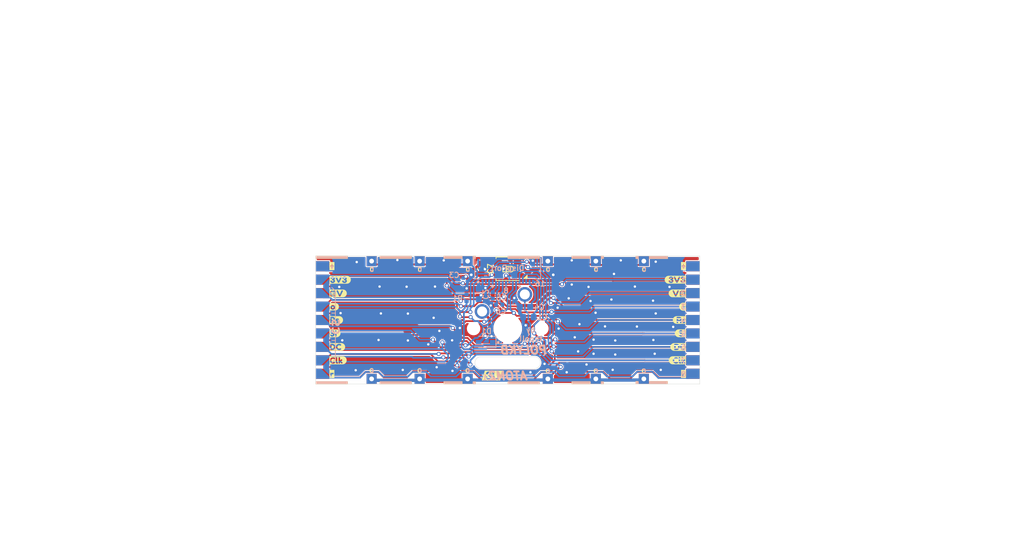
<source format=kicad_pcb>
(kicad_pcb (version 20211014) (generator pcbnew)
  (title_block (title "PolyKB Atom") (date "2022-02-01") (rev "2.1") (company "thpoll"))
  (layers (0 "F.Cu" signal) (31 "B.Cu" signal) (34 "B.Paste" user) (35 "F.Paste" user) (36 "B.SilkS" user "B.Silkscreen") (37 "F.SilkS" user "F.Silkscreen") (38 "B.Mask" user) (39 "F.Mask" user) (44 "Edge.Cuts" user))
  (net 0 "")
  (net 1 "/Keyboard/sheet605ED2EB/GND")
  (net 2 "/Keyboard/sheet605ED2EB/3V3")
  (net 3 "/Keyboard/sheet605ED2EB/4V2")
  (net 4 "Net-(C4-Pad1)")
  (net 5 "Net-(C5-Pad2)")
  (net 6 "Net-(C5-Pad1)")
  (net 7 "Net-(C6-Pad2)")
  (net 8 "Net-(C6-Pad1)")
  (net 9 "/Keyboard/sheet605ED2EB/CS")
  (net 10 "/Keyboard/sheet605ED2EB/RESET")
  (net 11 "/Keyboard/sheet605ED2EB/D-C")
  (net 12 "/Keyboard/sheet605ED2EB/SCLK")
  (net 13 "/Keyboard/sheet605ED2EB/SDIN")
  (net 14 "/Keyboard/sheet605ED2EB/LED_DIN")
  (net 15 "/Keyboard/sheet605ED2EB/5V")
  (net 16 "Net-(D1-Pad2)")
  (net 17 "/Keyboard/sheet605ED2EB/KeyRow")
  (net 18 "/Keyboard/sheet605ED2EB/KeyCol")
  (net 19 "CS8")
  (net 20 "CS7")
  (net 21 "CS6")
  (net 22 "CS5")
  (net 23 "CS4")
  (net 24 "CS3")
  (net 25 "CS2")
  (net 26 "CS1")
  (net 27 "Net-(C1-Pad1)")
  (footprint "poly_kb:AtomConnect2" (layer "F.Cu") (at 74.168 63.6778 -90)
    (fp_text reference "J3" hide)
    (fp_text value "WestFront")
  )
  (footprint "poly_kb:AtomConnect2" (layer "F.Cu") (at 129.286 63.6778 -90)
    (fp_text reference "J4" hide)
    (fp_text value "EastFront")
  )
  (footprint "poly_kb:WS2812B-Mini" (layer "F.Cu") (at 101.727 56.0578)
    (fp_text reference "LED1" hide)
    (fp_text value "WS2812B-Mini")
  )
  (footprint "poly_kb:SW_Cherry_MX_1.00u_PCB_NoSilk" (layer "F.Cu") (at 104.267 59.8678)
    (fp_text reference "SW1" hide)
    (fp_text value "SW_Push")
  )
  (footprint "poly_kb:TestPoin_1.5x1.5mm_Drill0.7mm" (layer "F.Cu") (at 107.696 54.9148)
    (fp_text reference "J2" hide)
    (fp_text value "North")
  )
  (footprint "poly_kb:TestPoin_1.5x1.5mm_Drill0.7mm" (layer "F.Cu") (at 95.758 54.9148)
    (fp_text reference "J8" hide)
    (fp_text value "North2")
  )
  (footprint "poly_kb:TestPoin_1.5x1.5mm_Drill0.7mm" (layer "F.Cu") (at 107.696 72.4408)
    (fp_text reference "J9" hide)
    (fp_text value "South2")
  )
  (footprint "poly_kb:TestPoin_1.5x1.5mm_Drill0.7mm" (layer "F.Cu") (at 95.758 72.4408)
    (fp_text reference "J7" hide)
    (fp_text value "South")
  )
  (footprint "kibuzzard-61EFD908" (layer "F.Cu") (at 75.565 71.7042)
    (fp_text reference "kibuzzard-61EFD908" hide)
    (fp_text value "G***" hide)
  )
  (footprint "poly_kb:TestPoin_1.5x1.5mm_Drill0.7mm" (layer "F.Cu") (at 121.98375 54.9148)
    (fp_text reference "J2" hide)
    (fp_text value "North")
  )
  (footprint "kibuzzard-61EFBE87" (layer "F.Cu") (at 76.9874 59.7154)
    (fp_text reference "kibuzzard-61EFBE87" hide)
    (fp_text value "G***" hide)
  )
  (footprint "kibuzzard-61EFDAC6" (layer "F.Cu") (at 127.8382 61.6966)
    (fp_text reference "kibuzzard-61EFDAC6" hide)
    (fp_text value "G***" hide)
  )
  (footprint "kibuzzard-61EFBE2C" (layer "F.Cu") (at 76.3778 67.691)
    (fp_text reference "kibuzzard-61EFBE2C" hide)
    (fp_text value "G***" hide)
  )
  (footprint "poly_kb:TestPoin_1.5x1.5mm_Drill0.7mm" (layer "F.Cu") (at 114.83975 54.9148)
    (fp_text reference "J2" hide)
    (fp_text value "North")
  )
  (footprint "poly_kb:TestPoin_1.5x1.5mm_Drill0.7mm" (layer "F.Cu") (at 81.4705 54.9148)
    (fp_text reference "J11" hide)
    (fp_text value "North2")
  )
  (footprint "kibuzzard-62096948" (layer "F.Cu") (at 99.452 71.9528)
    (fp_text reference "kibuzzard-62096948" hide)
    (fp_text value "G***" hide)
  )
  (footprint "kibuzzard-61EFD947" (layer "F.Cu") (at 127.889 55.6514)
    (fp_text reference "kibuzzard-61EFD947" hide)
    (fp_text value "G***" hide)
  )
  (footprint "poly_kb:TestPoin_1.5x1.5mm_Drill0.7mm" (layer "F.Cu") (at 121.98375 72.4408)
    (fp_text reference "J9" hide)
    (fp_text value "South2")
  )
  (footprint "kibuzzard-61EFA8F1" (layer "F.Cu") (at 126.9746 69.6722)
    (fp_text reference "kibuzzard-61EFA8F1" hide)
    (fp_text value "G***" hide)
  )
  (footprint "Capacitor_SMD:C_0603_1608Metric" (layer "F.Cu") (at 97.7265 56.0578 -90)
    (fp_text reference "C7")
    (fp_text value "100nF")
  )
  (footprint "poly_kb:TestPoin_1.5x1.5mm_Drill0.7mm" (layer "F.Cu") (at 81.47025 72.4408)
    (fp_text reference "J7" hide)
    (fp_text value "South")
  )
  (footprint "kibuzzard-61EFDAA0" (layer "F.Cu") (at 75.9206 61.6966)
    (fp_text reference "kibuzzard-61EFDAA0" hide)
    (fp_text value "G***" hide)
  )
  (footprint "kibuzzard-61EFD7F9" (layer "F.Cu") (at 127.4318 65.659)
    (fp_text reference "kibuzzard-61EFD7F9" hide)
    (fp_text value "G***" hide)
  )
  (footprint "kibuzzard-61EFD863" (layer "F.Cu") (at 126.6698 57.6834)
    (fp_text reference "kibuzzard-61EFD863" hide)
    (fp_text value "G***" hide)
  )
  (footprint "kibuzzard-61EFD879" (layer "F.Cu") (at 76.794 57.6906)
    (fp_text reference "kibuzzard-61EFD879" hide)
    (fp_text value "G***" hide)
  )
  (footprint "kibuzzard-61EFD908" (layer "F.Cu") (at 127.889 71.7042)
    (fp_text reference "kibuzzard-61EFD908" hide)
    (fp_text value "G***" hide)
  )
  (footprint "kibuzzard-61EFACF9" (layer "F.Cu") (at 126.4666 59.7154)
    (fp_text reference "kibuzzard-61EFACF9" hide)
    (fp_text value "G***" hide)
  )
  (footprint "kibuzzard-61EFDAEE" (layer "F.Cu") (at 76.204239 63.677507)
    (fp_text reference "kibuzzard-61EFDAEE" hide)
    (fp_text value "G***" hide)
  )
  (footprint "kibuzzard-61EFBE21" (layer "F.Cu") (at 76.0222 65.659)
    (fp_text reference "kibuzzard-61EFBE21" hide)
    (fp_text value "G***" hide)
  )
  (footprint "kibuzzard-61EFABBF" (layer "F.Cu") (at 127.0762 67.691)
    (fp_text reference "kibuzzard-61EFABBF" hide)
    (fp_text value "G***" hide)
  )
  (footprint "kibuzzard-61EFD947" (layer "F.Cu") (at 75.565 55.6514)
    (fp_text reference "kibuzzard-61EFD947" hide)
    (fp_text value "G***" hide)
  )
  (footprint "poly_kb:TestPoin_1.5x1.5mm_Drill0.7mm" (layer "F.Cu") (at 88.61425 72.4408)
    (fp_text reference "J7" hide)
    (fp_text value "South")
  )
  (footprint "kibuzzard-61EFBE3D" (layer "F.Cu") (at 76.4794 69.6722)
    (fp_text reference "kibuzzard-61EFBE3D" hide)
    (fp_text value "G***" hide)
  )
  (footprint "kibuzzard-61EFAA6D" (layer "F.Cu") (at 127.2794 63.6778)
    (fp_text reference "kibuzzard-61EFAA6D" hide)
    (fp_text value "G***" hide)
  )
  (footprint "poly_kb:TestPoin_1.5x1.5mm_Drill0.7mm" (layer "F.Cu") (at 88.61425 54.9148)
    (fp_text reference "J10" hide)
    (fp_text value "North2")
  )
  (footprint "poly_kb:TestPoin_1.5x1.5mm_Drill0.7mm" (layer "F.Cu") (at 114.83975 72.4408)
    (fp_text reference "J9" hide)
    (fp_text value "South2")
  )
  (footprint "Capacitor_SMD:C_0603_1608Metric" (layer "B.Cu") (at 104.802 63.2528 180)
    (fp_text reference "C1")
    (fp_text value "2.2uF")
  )
  (footprint "Capacitor_SMD:C_0603_1608Metric" (layer "B.Cu") (at 97.409 59.8046 90)
    (fp_text reference "C2")
    (fp_text value "2.2uF")
  )
  (footprint "Capacitor_SMD:C_0402_1005Metric" (layer "B.Cu") (at 95.123 56.9468 90)
    (fp_text reference "C3" hide)
    (fp_text value "1uF")
  )
  (footprint "Capacitor_SMD:C_0603_1608Metric" (layer "B.Cu") (at 104.302 61.7528 180)
    (fp_text reference "C4")
    (fp_text value "4.7uF")
  )
  (footprint "Capacitor_SMD:C_0402_1005Metric" (layer "B.Cu") (at 99.4918 60.0176 90)
    (fp_text reference "C5")
    (fp_text value "1uF")
  )
  (footprint "Capacitor_SMD:C_0402_1005Metric" (layer "B.Cu") (at 100.457 61.3918)
    (fp_text reference "C6")
    (fp_text value "1uF")
  )
  (footprint "poly_kb:D_SOD-323Ext" (layer "B.Cu") (at 98.425 66.9528 180)
    (fp_text reference "D1")
    (fp_text value "D_Small")
  )
  (footprint "poly_kb:FPC_16_JUSHUO_AFC05_S16FIA_00" (layer "B.Cu") (at 101.727 57.9628)
    (fp_text reference "J1" hide)
    (fp_text value "Conn_01x16")
  )
  (footprint "poly_kb:AtomConnect2" (layer "B.Cu") (at 129.286 63.6778 -90)
    (fp_text reference "J6" hide)
    (fp_text value "EastBack")
  )
  (footprint "poly_kb:AtomConnectCS" (layer "B.Cu") (at 74.168 63.6778 -90)
    (fp_text reference "J5" hide)
    (fp_text value "WestBack")
  )
  (footprint "Resistor_SMD:R_0402_1005Metric" (layer "B.Cu") (at 95.602 60.3906 -90)
    (fp_text reference "R1")
    (fp_text value "1M")
  )
  (gr_poly (pts (xy 106.4895 73.2282) (xy 101.727 73.2282) (xy 101.727 72.7964) (xy 106.4895 72.7964)) (layer "B.SilkS") (width 0) (fill solid))
  (gr_poly (pts (xy 94.9706 54.5608) (xy 92.1766 54.5608) (xy 92.1766 54.1274) (xy 94.9706 54.1274)) (layer "B.SilkS") (width 0) (fill solid))
  (gr_poly (pts (xy 96.9645 54.5608) (xy 96.5454 54.5608) (xy 96.5454 54.1274) (xy 96.9645 54.1274)) (layer "B.SilkS") (width 0) (fill solid))
  (gr_poly (pts (xy 96.9645 73.2282) (xy 96.5454 73.2282) (xy 96.5454 72.8091) (xy 96.9645 72.8091)) (layer "B.SilkS") (width 0) (fill solid))
  (gr_poly (pts (xy 94.9706 73.2282) (xy 92.202 73.2282) (xy 92.202 72.788864) (xy 94.9706 72.788864)) (layer "B.SilkS") (width 0) (fill solid))
  (gr_line (start 127.889 55.3466) (end 127.889 55.7022) (layer "B.SilkS") (width 0.12))
  (gr_poly (pts (xy 120.7645 72.7774) (xy 121.1836 72.7774) (xy 121.1836 73.1965) (xy 120.7645 73.1965)) (layer "B.SilkS") (width 0) (fill solid))
  (gr_line (start 76.073 63.4238) (end 76.073 59.3598) (layer "B.SilkS") (width 0.12))
  (gr_line (start 103.502 58.4778) (end 103.502 58.9278) (layer "B.SilkS") (width 0.12))
  (gr_line (start 75.565 66.7258) (end 76.073 66.7258) (layer "B.SilkS") (width 0.12))
  (gr_line (start 103.327 58.7528) (end 103.677 58.7528) (layer "B.SilkS") (width 0.12))
  (gr_line (start 75.565 55.3466) (end 75.565 55.7022) (layer "B.SilkS") (width 0.12))
  (gr_line (start 76.073 69.5198) (end 75.565 70.0278) (layer "B.SilkS") (width 0.12))
  (gr_line (start 75.565 55.7022) (end 75.311 55.7022) (layer "B.SilkS") (width 0.12))
  (gr_poly (pts (xy 122.7584 54.1448) (xy 125.5524 54.1448) (xy 125.5524 54.5782) (xy 122.7584 54.5782)) (layer "B.SilkS") (width 0) (fill solid))
  (gr_line (start 99.302 58.7528) (end 99.652 58.7528) (layer "B.SilkS") (width 0.12))
  (gr_line (start 127.8382 56.007) (end 127.9398 56.007) (layer "B.SilkS") (width 0.12))
  (gr_line (start 75.565 55.7022) (end 75.819 55.7022) (layer "B.SilkS") (width 0.12))
  (gr_poly (pts (xy 77.9145 54.5608) (xy 73.152 54.5608) (xy 73.152 54.1274) (xy 77.9145 54.1274)) (layer "B.SilkS") (width 0) (fill solid))
  (gr_poly (pts (xy 77.9145 73.2282) (xy 73.152 73.2282) (xy 73.152 72.7964) (xy 77.9145 72.7964)) (layer "B.SilkS") (width 0) (fill solid))
  (gr_line (start 99.402 58.7028) (end 99.552 58.7028) (layer "B.SilkS") (width 0.12))
  (gr_line (start 103.427 58.7028) (end 103.577 58.7028) (layer "B.SilkS") (width 0.12))
  (gr_line (start 99.477 58.4778) (end 99.302 58.7528) (layer "B.SilkS") (width 0.12))
  (gr_line (start 103.677 58.7528) (end 103.502 58.4778) (layer "B.SilkS") (width 0.12))
  (gr_line (start 127.889 55.7022) (end 128.143 55.7022) (layer "B.SilkS") (width 0.12))
  (gr_line (start 127.889 55.7022) (end 127.635 55.7022) (layer "B.SilkS") (width 0.12))
  (gr_poly (pts (xy 116.0145 54.5608) (xy 115.5954 54.5608) (xy 115.5954 54.1274) (xy 116.0145 54.1274)) (layer "B.SilkS") (width 0) (fill solid))
  (gr_poly (pts (xy 122.7584 72.7774) (xy 125.527 72.7774) (xy 125.527 73.216736) (xy 122.7584 73.216736)) (layer "B.SilkS") (width 0) (fill solid))
  (gr_poly (pts (xy 106.4895 54.5608) (xy 101.727 54.5608) (xy 101.727 54.1274) (xy 106.4895 54.1274)) (layer "B.SilkS") (width 0) (fill solid))
  (gr_line (start 75.4126 55.8546) (end 75.7174 55.8546) (layer "B.SilkS") (width 0.12))
  (gr_line (start 75.565 62.6618) (end 76.073 62.6618) (layer "B.SilkS") (width 0.12))
  (gr_poly (pts (xy 87.4395 54.5608) (xy 82.677 54.5608) (xy 82.677 54.1274) (xy 87.4395 54.1274)) (layer "B.SilkS") (width 0) (fill solid))
  (gr_line (start 99.652 58.7528) (end 99.477 58.4778) (layer "B.SilkS") (width 0.12))
  (gr_line (start 76.073 65.9638) (end 76.073 69.5198) (layer "B.SilkS") (width 0.12))
  (gr_poly (pts (xy 87.4395 73.2282) (xy 82.677 73.2282) (xy 82.677 72.7964) (xy 87.4395 72.7964)) (layer "B.SilkS") (width 0) (fill solid))
  (gr_line (start 103.502 58.4778) (end 103.327 58.7528) (layer "B.SilkS") (width 0.12))
  (gr_line (start 101.477 58.6528) (end 101.477 58.4778) (layer "B.SilkS") (width 0.12))
  (gr_poly (pts (xy 114.0206 73.2282) (xy 111.252 73.2282) (xy 111.252 72.788864) (xy 114.0206 72.788864)) (layer "B.SilkS") (width 0) (fill solid))
  (gr_line (start 76.073 59.3598) (end 75.565 58.8518) (layer "B.SilkS") (width 0.12))
  (gr_poly (pts (xy 120.7645 54.1448) (xy 121.1836 54.1448) (xy 121.1836 54.5782) (xy 120.7645 54.5782)) (layer "B.SilkS") (width 0) (fill solid))
  (gr_poly (pts (xy 116.0145 73.2282) (xy 115.5954 73.2282) (xy 115.5954 72.8091) (xy 116.0145 72.8091)) (layer "B.SilkS") (width 0) (fill solid))
  (gr_line (start 127.7366 55.8546) (end 128.0414 55.8546) (layer "B.SilkS") (width 0.12))
  (gr_line (start 99.477 58.4778) (end 99.477 58.9278) (layer "B.SilkS") (width 0.12))
  (gr_line (start 75.5142 56.007) (end 75.6158 56.007) (layer "B.SilkS") (width 0.12))
  (gr_poly (pts (xy 114.0206 54.5608) (xy 111.2266 54.5608) (xy 111.2266 54.1274) (xy 114.0206 54.1274)) (layer "B.SilkS") (width 0) (fill solid))
  (gr_poly (pts (xy 106.4895 54.5608) (xy 101.727 54.5608) (xy 101.727 54.1274) (xy 106.4895 54.1274)) (layer "F.SilkS") (width 0) (fill solid))
  (gr_line (start 75.7428 59.2582) (end 75.7428 59.309) (layer "F.SilkS") (width 0.12))
  (gr_line (start 127.2794 59.2074) (end 127.2794 60.2234) (layer "F.SilkS") (width 0.135))
  (gr_poly (pts (xy 122.7584 72.7774) (xy 125.5524 72.7774) (xy 125.5524 73.1838) (xy 122.7584 73.1838)) (layer "F.SilkS") (width 0) (fill solid))
  (gr_line (start 128.1938 59.2074) (end 128.1938 60.2234) (layer "F.SilkS") (width 0.135))
  (gr_line (start 127.762 59.309) (end 127.7112 59.309) (layer "F.SilkS") (width 0.12))
  (gr_line (start 127.762 59.2582) (end 127.762 59.309) (layer "F.SilkS") (width 0.12))
  (gr_line (start 75.9968 59.309) (end 75.9968 59.2074) (layer "F.SilkS") (width 0.12))
  (gr_poly (pts (xy 114.0206 73.2282) (xy 111.2266 73.2282) (xy 111.2266 72.8218) (xy 114.0206 72.8218)) (layer "F.SilkS") (width 0) (fill solid))
  (gr_line (start 127.4572 59.309) (end 127.4572 59.2074) (layer "F.SilkS") (width 0.12))
  (gr_poly (pts (xy 77.9145 54.5608) (xy 73.152 54.5608) (xy 73.152 54.1274) (xy 77.9145 54.1274)) (layer "F.SilkS") (width 0) (fill solid))
  (gr_line (start 75.2602 59.2074) (end 76.2254 59.2074) (layer "F.SilkS") (width 0.135))
  (gr_poly (pts (xy 122.7584 54.1448) (xy 125.5524 54.1448) (xy 125.5524 54.5782) (xy 122.7584 54.5782)) (layer "F.SilkS") (width 0) (fill solid))
  (gr_line (start 75.692 59.309) (end 75.692 59.2582) (layer "F.SilkS") (width 0.12))
  (gr_line (start 76.1492 59.309) (end 75.9968 59.309) (layer "F.SilkS") (width 0.12))
  (gr_poly (pts (xy 87.4395 54.5608) (xy 82.677 54.5608) (xy 82.677 54.1274) (xy 87.4395 54.1274)) (layer "F.SilkS") (width 0) (fill solid))
  (gr_poly (pts (xy 114.0206 54.5608) (xy 111.2266 54.5608) (xy 111.2266 54.1274) (xy 114.0206 54.1274)) (layer "F.SilkS") (width 0) (fill solid))
  (gr_line (start 76.2254 60.2234) (end 75.2602 60.2234) (layer "F.SilkS") (width 0.135))
  (gr_line (start 75.311 59.309) (end 75.438 59.309) (layer "F.SilkS") (width 0.12))
  (gr_line (start 127.508 59.563) (end 127.9652 59.563) (layer "F.SilkS") (width 0.12))
  (gr_line (start 75.2602 59.2074) (end 75.2602 60.2234) (layer "F.SilkS") (width 0.135))
  (gr_line (start 128.1684 59.309) (end 128.016 59.309) (layer "F.SilkS") (width 0.12))
  (gr_poly (pts (xy 96.9645 54.5608) (xy 96.5454 54.5608) (xy 96.5454 54.1274) (xy 96.9645 54.1274)) (layer "F.SilkS") (width 0) (fill solid))
  (gr_line (start 75.4888 59.563) (end 75.946 59.563) (layer "F.SilkS") (width 0.12))
  (gr_poly (pts (xy 120.7645 72.7774) (xy 121.1836 72.7774) (xy 121.1836 73.1838) (xy 120.7645 73.1838)) (layer "F.SilkS") (width 0) (fill solid))
  (gr_line (start 75.4888 59.9694) (end 75.946 59.9694) (layer "F.SilkS") (width 0.12))
  (gr_poly (pts (xy 94.9706 54.5608) (xy 92.1766 54.5608) (xy 92.1766 54.1274) (xy 94.9706 54.1274)) (layer "F.SilkS") (width 0) (fill solid))
  (gr_line (start 127.9652 59.7662) (end 127.508 59.7662) (layer "F.SilkS") (width 0.12))
  (gr_line (start 128.016 59.309) (end 128.016 59.2074) (layer "F.SilkS") (width 0.12))
  (gr_line (start 75.7428 59.309) (end 75.692 59.309) (layer "F.SilkS") (width 0.12))
  (gr_poly (pts (xy 120.7645 54.1448) (xy 121.1836 54.1448) (xy 121.1836 54.5782) (xy 120.7645 54.5782)) (layer "F.SilkS") (width 0) (fill solid))
  (gr_line (start 128.1938 60.2234) (end 127.2286 60.2234) (layer "F.SilkS") (width 0.135))
  (gr_line (start 127.3302 59.309) (end 127.4572 59.309) (layer "F.SilkS") (width 0.12))
  (gr_line (start 75.946 59.7662) (end 75.4888 59.7662) (layer "F.SilkS") (width 0.12))
  (gr_poly (pts (xy 96.9645 73.2282) (xy 96.5454 73.2282) (xy 96.5454 72.8218) (xy 96.9645 72.8218)) (layer "F.SilkS") (width 0) (fill solid))
  (gr_line (start 75.438 59.309) (end 75.438 59.2074) (layer "F.SilkS") (width 0.12))
  (gr_poly (pts (xy 106.4895 73.2282) (xy 101.727 73.2282) (xy 101.727 72.8218) (xy 106.4895 72.8218)) (layer "F.SilkS") (width 0) (fill solid))
  (gr_line (start 127.508 59.9694) (end 127.9652 59.9694) (layer "F.SilkS") (width 0.12))
  (gr_poly (pts (xy 116.0145 73.2282) (xy 115.5954 73.2282) (xy 115.5954 72.8218) (xy 116.0145 72.8218)) (layer "F.SilkS") (width 0) (fill solid))
  (gr_line (start 76.1746 59.2074) (end 76.1746 60.2234) (layer "F.SilkS") (width 0.135))
  (gr_poly (pts (xy 77.9145 73.2282) (xy 73.152 73.2282) (xy 73.152 72.8218) (xy 77.9145 72.8218)) (layer "F.SilkS") (width 0) (fill solid))
  (gr_poly (pts (xy 116.0145 54.5608) (xy 115.5954 54.5608) (xy 115.5954 54.1274) (xy 116.0145 54.1274)) (layer "F.SilkS") (width 0) (fill solid))
  (gr_line (start 127.7112 59.309) (end 127.7112 59.2582) (layer "F.SilkS") (width 0.12))
  (gr_line (start 127.2286 59.2074) (end 128.1938 59.2074) (layer "F.SilkS") (width 0.135))
  (gr_poly (pts (xy 87.4395 73.2282) (xy 82.677 73.2282) (xy 82.677 72.8218) (xy 87.4395 72.8218)) (layer "F.SilkS") (width 0) (fill solid))
  (gr_poly (pts (xy 94.9706 73.2282) (xy 92.1766 73.2282) (xy 92.1766 72.8218) (xy 94.9706 72.8218)) (layer "F.SilkS") (width 0) (fill solid))
  (gr_line (start 130.302 54.1528) (end 73.152 54.1528) (layer "Edge.Cuts") (width 0.05))
  (gr_line (start 73.152 54.1528) (end 73.152 73.2028) (layer "Edge.Cuts") (width 0.05))
  (gr_line (start 130.302 54.1528) (end 130.302 73.2028) (layer "Edge.Cuts") (width 0.05))
  (gr_line (start 130.302 73.2028) (end 73.152 73.2028) (layer "Edge.Cuts") (width 0.05))
  (gr_arc (start 105.718 69.1388) (mid 106.607 70.0278) (end 105.718 70.9168) (layer "Edge.Cuts") (width 0.05))
  (gr_line (start 105.718 69.1388) (end 97.736 69.1388) (layer "Edge.Cuts") (width 0.05))
  (gr_arc (start 97.736 70.9168) (mid 96.847 70.0278) (end 97.736 69.1388) (layer "Edge.Cuts") (width 0.05))
  (gr_line (start 105.718 70.9168) (end 97.736 70.9168) (layer "Edge.Cuts") (width 0.05))
  (gr_text "ATOM2" (at 101.7778 71.9963) (layer "B.SilkS") (effects (font (size 1.2 1.2) (thickness 0.3) italic) (justify mirror)))
  (gr_text "1" (at 127.889 57.7088) (layer "B.SilkS") (effects (font (size 0.8 0.8) (thickness 0.153)) (justify mirror)))
  (gr_text "c" (at 95.7834 71.12) (layer "B.SilkS") (effects (font (size 0.8 0.8) (thickness 0.153)) (justify mirror)))
  (gr_text "c" (at 107.7214 71.1454) (layer "B.SilkS") (effects (font (size 0.8 0.8) (thickness 0.153)) (justify mirror)))
  (gr_text "c" (at 95.7834 56.0578) (layer "B.SilkS") (effects (font (size 0.8 0.8) (thickness 0.153)) (justify mirror)))
  (gr_text ".1" (at 98.5012 72.2503) (layer "B.SilkS") (effects (font (size 0.8 0.8) (thickness 0.153)) (justify mirror)))
  (gr_text "4" (at 127.889 63.741299) (layer "B.SilkS") (effects (font (size 0.8 0.8) (thickness 0.153)) (justify mirror)))
  (gr_text "POLYKB" (at 104.14 68.1482) (layer "B.SilkS") (effects (font (size 1.2 1.2) (thickness 0.3) italic) (justify mirror)))
  (gr_text "c" (at 122.00915 71.1454) (layer "B.SilkS") (effects (font (size 0.8 0.8) (thickness 0.153)) (justify mirror)))
  (gr_text "c" (at 81.49565 56.0578) (layer "B.SilkS") (effects (font (size 0.8 0.8) (thickness 0.153)) (justify mirror)))
  (gr_text "c" (at 88.63965 56.0578) (layer "B.SilkS") (effects (font (size 0.8 0.8) (thickness 0.153)) (justify mirror)))
  (gr_text "." (at 100.302 66.5028) (layer "B.SilkS") (effects (font (size 1.2 1.2) (thickness 0.25)) (justify mirror)))
  (gr_text "2" (at 127.889 59.719633) (layer "B.SilkS") (effects (font (size 0.8 0.8) (thickness 0.153)) (justify mirror)))
  (gr_text "c" (at 114.86515 56.0578) (layer "B.SilkS") (effects (font (size 0.8 0.8) (thickness 0.153)) (justify mirror)))
  (gr_text "5" (at 127.889 65.752132) (layer "B.SilkS") (effects (font (size 0.8 0.8) (thickness 0.153)) (justify mirror)))
  (gr_text "6" (at 127.889 67.762965) (layer "B.SilkS") (effects (font (size 0.8 0.8) (thickness 0.153)) (justify mirror)))
  (gr_text "by\nthpoll" (at 105.156 65.8368) (layer "B.SilkS") (effects (font (size 0.8 0.8)) (justify mirror)))
  (gr_text "8" (at 101.477 59.3278) (layer "B.SilkS") (effects (font (size 0.8 0.8) (thickness 0.153)) (justify mirror)))
  (gr_text "16" (at 106.527 58.2778) (layer "B.SilkS") (effects (font (size 0.8 0.8) (thickness 0.153)) (justify mirror)))
  (gr_text "C3" (at 93.752 57.0028) (layer "B.SilkS") (effects (font (size 0.8 0.8)) (justify mirror)))
  (gr_text "c" (at 107.7214 56.0578) (layer "B.SilkS") (effects (font (size 0.8 0.8) (thickness 0.153)) (justify mirror)))
  (gr_text "c" (at 88.63965 71.12) (layer "B.SilkS") (effects (font (size 0.8 0.8) (thickness 0.153)) (justify mirror)))
  (gr_text "DispPort" (at 101.6762 55.9562) (layer "B.SilkS") (effects (font (size 0.8 0.8) (thickness 0.153)) (justify mirror)))
  (gr_text "c" (at 122.00915 56.0578) (layer "B.SilkS") (effects (font (size 0.8 0.8) (thickness 0.153)) (justify mirror)))
  (gr_text "3" (at 127.889 61.730466) (layer "B.SilkS") (effects (font (size 0.8 0.8) (thickness 0.153)) (justify mirror)))
  (gr_text "c" (at 81.49565 71.12) (layer "B.SilkS") (effects (font (size 0.8 0.8) (thickness 0.153)) (justify mirror)))
  (gr_text "CS" (at 76.073 64.6938 270) (layer "B.SilkS") (effects (font (size 1 1.2) (thickness 0.25)) (justify mirror)))
  (gr_text "." (at 97.352 57.5278) (layer "B.SilkS") (effects (font (size 1.2 1.2) (thickness 0.25)) (justify mirror)))
  (gr_text "c" (at 114.86515 71.1454) (layer "B.SilkS") (effects (font (size 0.8 0.8) (thickness 0.153)) (justify mirror)))
  (gr_text "8" (at 127.889 71.755) (layer "B.SilkS") (effects (font (size 0.8 0.8) (thickness 0.153)) (justify mirror)))
  (gr_text "7" (at 127.889 69.7738) (layer "B.SilkS") (effects (font (size 0.8 0.8) (thickness 0.153)) (justify mirror)))
  (gr_text "c" (at 95.7326 71.0946) (layer "F.SilkS") (effects (font (size 0.8 0.8) (thickness 0.153))))
  (gr_text "c" (at 107.7214 56.0578) (layer "F.SilkS") (effects (font (size 0.8 0.8) (thickness 0.153))))
  (gr_text "c" (at 107.6706 71.1454) (layer "F.SilkS") (effects (font (size 0.8 0.8) (thickness 0.153))))
  (gr_text "c" (at 88.63965 56.0578) (layer "F.SilkS") (effects (font (size 0.8 0.8) (thickness 0.153))))
  (gr_text "E" (at 101.727 56.134) (layer "F.SilkS") (effects (font (size 0.8 0.8))))
  (gr_text "c" (at 122.00915 56.0578) (layer "F.SilkS") (effects (font (size 0.8 0.8) (thickness 0.153))))
  (gr_text "c" (at 88.58885 71.0946) (layer "F.SilkS") (effects (font (size 0.8 0.8) (thickness 0.153))))
  (gr_text "D" (at 102.3112 56.134) (layer "F.SilkS") (effects (font (size 0.8 0.8))))
  (gr_text "L" (at 101.1428 56.134) (layer "F.SilkS") (effects (font (size 0.8 0.8))))
  (gr_text "c" (at 114.86515 56.0578) (layer "F.SilkS") (effects (font (size 0.8 0.8) (thickness 0.153))))
  (gr_text "c" (at 121.95835 71.1454) (layer "F.SilkS") (effects (font (size 0.8 0.8) (thickness 0.153))))
  (gr_text "c" (at 95.7834 56.0578) (layer "F.SilkS") (effects (font (size 0.8 0.8) (thickness 0.153))))
  (gr_text "c" (at 114.81435 71.1454) (layer "F.SilkS") (effects (font (size 0.8 0.8) (thickness 0.153))))
  (gr_text "c" (at 81.44485 71.0946) (layer "F.SilkS") (effects (font (size 0.8 0.8) (thickness 0.153))))
  (gr_text "c" (at 81.49565 56.0578) (layer "F.SilkS") (effects (font (size 0.8 0.8) (thickness 0.153))))
  (segment (start 98.407521 56.0578) (end 98.34306 56.122261) (width 0.5) (layer "F.Cu") (net 1))
  (segment (start 101.092 56.0578) (end 98.407521 56.0578) (width 0.5) (layer "F.Cu") (net 1))
  (segment (start 95.662917 58.91646) (end 95.585745 58.993632) (width 0.2921) (layer "F.Cu") (net 1))
  (segment (start 101.490858 56.0578) (end 102.581996 57.148938) (width 0.5) (layer "F.Cu") (net 1))
  (segment (start 98.405358 58.91646) (end 95.662917 58.91646) (width 0.2921) (layer "F.Cu") (net 1))
  (segment (start 102.581996 57.148938) (end 108.305862 57.148938) (width 0.5) (layer "F.Cu") (net 1))
  (segment (start 101.092 56.0578) (end 101.490858 56.0578) (width 0.5) (layer "F.Cu") (net 1))
  (segment (start 98.405358 58.91646) (end 101.21566 58.91646) (width 0.2921) (layer "F.Cu") (net 1))
  (segment (start 101.21566 58.91646) (end 102.702 60.4028) (width 0.2921) (layer "F.Cu") (net 1))
  (segment (start 97.640496 56.824825) (end 98.34306 56.122261) (width 0.5) (layer "F.Cu") (net 1))
  (segment (start 96.503206 56.824825) (end 97.640496 56.824825) (width 0.5) (layer "F.Cu") (net 1))
  (segment (start 108.305862 57.148938) (end 108.502 56.9528) (width 0.5) (layer "F.Cu") (net 1))
  (via (at 109.302 64.9528) (size 0.6096) (drill 0.3556) (layers "F.Cu" "B.Cu") (net 1))
  (via (at 110.802 60.4528) (size 0.6096) (drill 0.3556) (layers "F.Cu" "B.Cu") (net 1))
  (via (at 99.202 61.521322) (size 0.6096) (drill 0.3556) (layers "F.Cu" "B.Cu") (net 1))
  (via (at 82.852 62.7028) (size 0.6096) (drill 0.3556) (layers "F.Cu" "B.Cu") (net 1))
  (via (at 117.1575 60.6298) (size 0.6096) (drill 0.3556) (layers "F.Cu" "B.Cu") (net 1))
  (via (at 79.102 71.1528) (size 0.6096) (drill 0.3556) (layers "F.Cu" "B.Cu") (net 1))
  (via (at 86.868 66.7258) (size 0.6096) (drill 0.3556) (layers "F.Cu" "B.Cu") (net 1))
  (via (at 86.106 71.1073) (size 0.6096) (drill 0.3556) (layers "F.Cu" "B.Cu") (net 1))
  (via (at 82.652 58.7028) (size 0.6096) (drill 0.3556) (layers "F.Cu" "B.Cu") (net 1))
  (via (at 110.502 71.4528) (size 0.6096) (drill 0.3556) (layers "F.Cu" "B.Cu") (net 1))
  (via (at 92.202 54.8028) (size 0.6096) (drill 0.3556) (layers "F.Cu" "B.Cu") (net 1))
  (via (at 117.729 68.8213) (size 0.6096) (drill 0.3556) (layers "F.Cu" "B.Cu") (net 1))
  (via (at 76.652 58.7528) (size 0.6096) (drill 0.3556) (layers "F.Cu" "B.Cu") (net 1))
  (via (at 117.5385 56.8198) (size 0.6096) (drill 0.3556) (layers "F.Cu" "B.Cu") (net 1))
  (via (at 116.205 64.6303) (size 0.6096) (drill 0.3556) (layers "F.Cu" "B.Cu") (net 1))
  (via (at 125.802 58.7528) (size 0.6096) (drill 0.3556) (layers "F.Cu" "B.Cu") (net 1))
  (via (at 104.394 64.4652) (size 0.6096) (drill 0.3556) (layers "F.Cu" "B.Cu") (net 1))
  (via (at 94.602 64.8641) (size 0.6096) (drill 0.3556) (layers "F.Cu" "B.Cu") (net 1))
  (via (at 93.452 66.7028) (size 0.6096) (drill 0.3556) (layers "F.Cu" "B.Cu") (net 1))
  (via (at 113.752 58.7528) (size 0.6096) (drill 0.3556) (layers "F.Cu" "B.Cu") (net 1))
  (via (at 93.502 71.2528) (size 0.6096) (drill 0.3556) (layers "F.Cu" "B.Cu") (net 1))
  (via (at 113.452 70.3028) (size 0.6096) (drill 0.3556) (layers "F.Cu" "B.Cu") (net 1))
  (via (at 82.502 66.6528) (size 0.6096) (drill 0.3556) (layers "F.Cu" "B.Cu") (net 1))
  (via (at 101.092 56.0578) (size 0.6096) (drill 0.3556) (layers "F.Cu" "B.Cu") (net 1))
  (via (at 79.252 55.0528) (size 0.6096) (drill 0.3556) (layers "F.Cu" "B.Cu") (net 1))
  (via (at 111.252 54.8028) (size 0.6096) (drill 0.3556) (layers "F.Cu" "B.Cu") (net 1))
  (via (at 117.348 71.0941) (size 0.6096) (drill 0.3556) (layers "F.Cu" "B.Cu") (net 1))
  (via (at 120.652 58.7028) (size 0.6096) (drill 0.3556) (layers "F.Cu" "B.Cu") (net 1))
  (via (at 90.902 58.7028) (size 0.6096) (drill 0.3556) (layers "F.Cu" "B.Cu") (net 1))
  (via (at 98.405358 58.91646) (size 0.6096) (drill 0.3556) (layers "F.Cu" "B.Cu") (net 1))
  (via (at 108.502 56.9528) (size 0.8) (drill 0.4) (layers "F.Cu" "B.Cu") (net 1))
  (via (at 91.152 70.7028) (size 0.6096) (drill 0.3556) (layers "F.Cu" "B.Cu") (net 1))
  (via (at 114.052 60.8528) (size 0.6096) (drill 0.3556) (layers "F.Cu" "B.Cu") (net 1))
  (via (at 105.452 54.8528) (size 0.6096) (drill 0.3556) (layers "F.Cu" "B.Cu") (net 1))
  (via (at 86.868 62.7253) (size 0.6096) (drill 0.3556) (layers "F.Cu" "B.Cu") (net 1))
  (via (at 107.202 70.2028) (size 0.6096) (drill 0.3556) (layers "F.Cu" "B.Cu") (net 1))
  (via (at 111.702 66.2528) (size 0.6096) (drill 0.3556) (layers "F.Cu" "B.Cu") (net 1))
  (via (at 111.252 58.4028) (size 0.6096) (drill 0.3556) (layers "F.Cu" "B.Cu") (net 1))
  (via (at 102.702 60.4028) (size 0.6096) (drill 0.3556) (layers "F.Cu" "B.Cu") (net 1))
  (via (at 114.502 68.7028) (size 0.6096) (drill 0.3556) (layers "F.Cu" "B.Cu") (net 1))
  (via (at 123.402 66.6528) (size 0.6096) (drill 0.3556) (layers "F.Cu" "B.Cu") (net 1))
  (via (at 77.102 66.7028) (size 0.6096) (drill 0.3556) (layers "F.Cu" "B.Cu") (net 1))
  (via (at 91.552 65.3028) (size 0.6096) (drill 0.3556) (layers "F.Cu" "B.Cu") (net 1))
  (via (at 123.752 62.7028) (size 0.6096) (drill 0.3556) (layers "F.Cu" "B.Cu") (net 1))
  (via (at 124.502 71.1028) (size 0.6096) (drill 0.3556) (layers "F.Cu" "B.Cu") (net 1))
  (via (at 98.34306 56.122261) (size 0.6096) (drill 0.3556) (layers "F.Cu" "B.Cu") (net 1))
  (via (at 123.752 55.0028) (size 0.6096) (drill 0.3556) (layers "F.Cu" "B.Cu") (net 1))
  (via (at 89.902 67.3028) (size 0.6096) (drill 0.3556) (layers "F.Cu" "B.Cu") (net 1))
  (via (at 114.502 66.6028) (size 0.6096) (drill 0.3556) (layers "F.Cu" "B.Cu") (net 1))
  (via (at 85.302 54.7528) (size 0.6096) (drill 0.3556) (layers "F.Cu" "B.Cu") (net 1))
  (via (at 126.352 64.7028) (size 0.6096) (drill 0.3556) (layers "F.Cu" "B.Cu") (net 1))
  (via (at 86.6775 58.7248) (size 0.6096) (drill 0.3556) (layers "F.Cu" "B.Cu") (net 1))
  (via (at 118.552 54.8028) (size 0.6096) (drill 0.3556) (layers "F.Cu" "B.Cu") (net 1))
  (via (at 76.852 62.6528) (size 0.6096) (drill 0.3556) (layers "F.Cu" "B.Cu") (net 1))
  (via (at 114.802 62.6028) (size 0.6096) (drill 0.3556) (layers "F.Cu" "B.Cu") (net 1))
  (via (at 123.352 60.8028) (size 0.6096) (drill 0.3556) (layers "F.Cu" "B.Cu") (net 1))
  (via (at 112.202 68.3528) (size 0.6096) (drill 0.3556) (layers "F.Cu" "B.Cu") (net 1))
  (via (at 109.152 61.8528) (size 0.6096) (drill 0.3556) (layers "F.Cu" "B.Cu") (net 1))
  (via (at 95.607733 58.9711) (size 0.6096) (drill 0.3556) (layers "F.Cu" "B.Cu") (net 1))
  (via (at 96.302 56.9547) (size 0.8) (drill 0.4) (layers "F.Cu" "B.Cu") (net 1))
  (via (at 112.402 64.3028) (size 0.6096) (drill 0.3556) (layers "F.Cu" "B.Cu") (net 1))
  (via (at 99.314 66.0908) (size 0.6096) (drill 0.3556) (layers "F.Cu" "B.Cu") (net 1))
  (via (at 120.952 64.6528) (size 0.6096) (drill 0.3556) (layers "F.Cu" "B.Cu") (net 1))
  (via (at 123.602 68.7028) (size 0.6096) (drill 0.3556) (layers "F.Cu" "B.Cu") (net 1))
  (via (at 90.702 63.3528) (size 0.6096) (drill 0.3556) (layers "F.Cu" "B.Cu") (net 1))
  (via (at 117.729 66.7258) (size 0.6096) (drill 0.3556) (layers "F.Cu" "B.Cu") (net 1))
  (via (at 105.102 71.4528) (size 0.6096) (drill 0.3556) (layers "F.Cu" "B.Cu") (net 1))
  (segment (start 102.702 60.7528) (end 102.702 60.4028) (width 0.5) (layer "B.Cu") (net 1))
  (segment (start 95.23199 56.1848) (end 74.675 56.1848) (width 0.5) (layer "B.Cu") (net 1))
  (segment (start 95.702 58.1028) (end 96.252 57.5528) (width 0.2921) (layer "B.Cu") (net 1))
  (segment (start 103.527 61.6458) (end 103.527 61.5778) (width 0.5) (layer "B.Cu") (net 1))
  (segment (start 98.452 60.7838) (end 99.187 61.5188) (width 0.2921) (layer "B.Cu") (net 1))
  (segment (start 96.252 57.5528) (end 96.252 57.0047) (width 0.2921) (layer "B.Cu") (net 1))
  (segment (start 74.422 55.6778) (end 74.929 56.1848) (width 0.5) (layer "B.Cu") (net 1))
  (segment (start 74.675 56.1848) (end 74.168 55.6778) (width 0.5) (layer "B.Cu") (net 1))
  (segment (start 108.502 56.9528) (end 116.2625 56.9528) (width 0.5) (layer "B.Cu") (net 1))
  (segment (start 103.527 61.5778) (end 102.702 60.7528) (width 0.5) (layer "B.Cu") (net 1))
  (segment (start 116.2625 56.9528) (end 117.148589 56.066711) (width 0.5) (layer "B.Cu") (net 1))
  (segment (start 103.5242 62.681) (end 103.5242 61.6458) (width 0.5) (layer "B.Cu") (net 1))
  (segment (start 98.977 58.4778) (end 98.53834 58.91646) (width 0.2921) (layer "B.Cu") (net 1))
  (segment (start 128.897089 56.066711) (end 129.286 55.6778) (width 0.5) (layer "B.Cu") (net 1))
  (segment (start 97.409 58.8388) (end 97.61881 58.8388) (width 0.2921) (layer "B.Cu") (net 1))
  (segment (start 95.585745 58.993632) (end 95.702 58.877377) (width 0.2921) (layer "B.Cu") (net 1))
  (segment (start 97.977 57.9628) (end 97.977 58.48061) (width 0.2921) (layer "B.Cu") (net 1))
  (segment (start 98.452 58.963102) (end 98.452 60.7838) (width 0.2921) (layer "B.Cu") (net 1))
  (segment (start 95.23199 56.1848) (end 95.23199 56.35781) (width 0.5) (layer "B.Cu") (net 1))
  (segment (start 96.302 56.623619) (end 96.302 56.9547) (width 0.5) (layer "B.Cu") (net 1))
  (segment (start 95.23199 56.1848) (end 95.863181 56.1848) (width 0.5) (layer "B.Cu") (net 1))
  (segment (start 97.977 58.48061) (end 98.405358 58.908968) (width 0.2921) (layer "B.Cu") (net 1))
  (segment (start 95.23199 56.35781) (end 95.123 56.4668) (width 0.5) (layer "B.Cu") (net 1))
  (segment (start 98.405358 58.91646) (end 98.452 58.963102) (width 0.2921) (layer "B.Cu") (net 1))
  (segment (start 96.252 57.0047) (end 96.302 56.9547) (width 0.2921) (layer "B.Cu") (net 1))
  (segment (start 98.53834 58.91646) (end 98.405358 58.91646) (width 0.2921) (layer "B.Cu") (net 1))
  (segment (start 104.013 63.1698) (end 103.5242 62.681) (width 0.5) (layer "B.Cu") (net 1))
  (segment (start 98.405358 58.908968) (end 98.405358 58.91646) (width 0.2921) (layer "B.Cu") (net 1))
  (segment (start 97.61881 58.8388) (end 97.977 58.48061) (width 0.2921) (layer "B.Cu") (net 1))
  (segment (start 117.148589 56.066711) (end 128.897089 56.066711) (width 0.5) (layer "B.Cu") (net 1))
  (segment (start 98.977 57.9628) (end 98.977 58.4778) (width 0.2921) (layer "B.Cu") (net 1))
  (segment (start 95.702 58.877377) (end 95.702 58.1028) (width 0.2921) (layer "B.Cu") (net 1))
  (segment (start 95.863181 56.1848) (end 96.302 56.623619) (width 0.5) (layer "B.Cu") (net 1))
  (segment (start 96.014089 57.800849) (end 109.354524 57.800849) (width 0.5) (layer "F.Cu") (net 2))
  (segment (start 94.227 57.6778) (end 74.168 57.6778) (width 0.5) (layer "F.Cu") (net 2))
  (segment (start 101.473 57.0738) (end 101.473 57.5818) (width 0.5) (layer "F.Cu") (net 2))
  (segment (start 94.675312 57.229488) (end 94.227 57.6778) (width 0.5) (layer "F.Cu") (net 2))
  (segment (start 117.348049 57.646099) (end 117.37975 57.6778) (width 0.5) (layer "F.Cu") (net 2))
  (segment (start 93.952 57.7028) (end 92.652 57.7028) (width 0.25) (layer "F.Cu") (net 2))
  (segment (start 109.354524 57.800849) (end 109.509274 57.646099) (width 0.5) (layer "F.Cu") (net 2))
  (segment (start 101.618511 57.727311) (end 101.327489 57.727311) (width 0.5) (layer "F.Cu") (net 2))
  (segment (start 95.490562 57.229488) (end 95.490562 57.277322) (width 0.5) (layer "F.Cu") (net 2))
  (segment (start 109.509274 57.646099) (end 117.348049 57.646099) (width 0.5) (layer "F.Cu") (net 2))
  (segment (start 101.473 57.5818) (end 101.327489 57.727311) (width 0.5) (layer "F.Cu") (net 2))
  (segment (start 92.652 57.7028) (end 92.652 58.5528) (width 0.25) (layer "F.Cu") (net 2))
  (segment (start 117.37975 57.6778) (end 129.286 57.6778) (width 0.5) (layer "F.Cu") (net 2))
  (segment (start 129.286 57.6778) (end 129.254299 57.646099) (width 0.5) (layer "F.Cu") (net 2))
  (segment (start 95.490562 57.229488) (end 94.675312 57.229488) (width 0.5) (layer "F.Cu") (net 2))
  (segment (start 101.473 57.5818) (end 101.618511 57.727311) (width 0.5) (layer "F.Cu") (net 2))
  (segment (start 101.327489 57.727311) (end 101.277489 57.777311) (width 0.5) (layer "F.Cu") (net 2))
  (segment (start 95.490562 57.277322) (end 96.014089 57.800849) (width 0.5) (layer "F.Cu") (net 2))
  (via (at 92.652 58.5528) (size 0.6096) (drill 0.3556) (layers "F.Cu" "B.Cu") (net 2))
  (via (at 101.473 57.0738) (size 0.6096) (drill 0.3556) (layers "F.Cu" "B.Cu") (net 2))
  (via (at 95.490562 57.229488) (size 0.6096) (drill 0.3556) (layers "F.Cu" "B.Cu") (net 2))
  (segment (start 95.601043 59.879643) (end 93.978843 59.879643) (width 0.25) (layer "B.Cu") (net 2))
  (segment (start 95.602 59.8806) (end 95.601043 59.879643) (width 0.25) (layer "B.Cu") (net 2))
  (segment (start 101.977 57.9628) (end 101.977 57.2778) (width 0.3) (layer "B.Cu") (net 2))
  (segment (start 95.123 57.4268) (end 95.29325 57.4268) (width 0.3) (layer "B.Cu") (net 2))
  (segment (start 95.29325 57.4268) (end 95.490562 57.229488) (width 0.3) (layer "B.Cu") (net 2))
  (segment (start 93.978843 59.879643) (end 92.652 58.5528) (width 0.25) (layer "B.Cu") (net 2))
  (segment (start 101.773 57.0738) (end 101.473 57.0738) (width 0.3) (layer "B.Cu") (net 2))
  (segment (start 101.977 57.2778) (end 101.773 57.0738) (width 0.3) (layer "B.Cu") (net 2))
  (segment (start 74.493 60.0028) (end 74.168 59.6778) (width 0.5) (layer "F.Cu") (net 3))
  (segment (start 102.002089 61.109501) (end 103.258701 61.109501) (width 0.5) (layer "F.Cu") (net 3))
  (segment (start 103.702 61.5528) (end 105.9919 61.5528) (width 0.5) (layer "F.Cu") (net 3))
  (segment (start 101.128688 60.2361) (end 102.002089 61.109501) (width 0.5) (layer "F.Cu") (net 3))
  (segment (start 107.8669 59.6778) (end 129.286 59.6778) (width 0.5) (layer "F.Cu") (net 3))
  (segment (start 103.258701 61.109501) (end 103.702 61.5528) (width 0.5) (layer "F.Cu") (net 3))
  (segment (start 105.9919 61.5528) (end 107.8669 59.6778) (width 0.5) (layer "F.Cu") (net 3))
  (segment (start 100.895388 60.0028) (end 74.493 60.0028) (width 0.5) (layer "F.Cu") (net 3))
  (segment (start 101.128688 60.2361) (end 100.895388 60.0028) (width 0.5) (layer "F.Cu") (net 3))
  (via (at 101.128688 60.2361) (size 0.6096) (drill 0.3556) (layers "F.Cu" "B.Cu") (net 3))
  (via (at 97.752 60.0028) (size 0.6096) (drill 0.3556) (layers "F.Cu" "B.Cu") (net 3))
  (segment (start 101.477 57.9628) (end 101.477 59.571705) (width 0.3) (layer "B.Cu") (net 3))
  (segment (start 101.128688 59.920017) (end 101.128688 60.2361) (width 0.3) (layer "B.Cu") (net 3))
  (segment (start 97.409 60.3888) (end 97.752 60.0458) (width 0.3) (layer "B.Cu") (net 3))
  (segment (start 97.752 60.0458) (end 97.752 60.0028) (width 0.3) (layer "B.Cu") (net 3))
  (segment (start 101.477 59.571705) (end 101.128688 59.920017) (width 0.3) (layer "B.Cu") (net 3))
  (segment (start 104.977 58.3486) (end 104.977 57.9628) (width 0.254) (layer "B.Cu") (net 4))
  (segment (start 105.794 60.598892) (end 105.794 59.1656) (width 0.254) (layer "B.Cu") (net 4))
  (segment (start 105.794 59.1656) (end 104.977 58.3486) (width 0.254) (layer "B.Cu") (net 4))
  (segment (start 105.296 61.096892) (end 105.794 60.598892) (width 0.254) (layer "B.Cu") (net 4))
  (segment (start 105.296 61.6458) (end 105.296 61.096892) (width 0.254) (layer "B.Cu") (net 4))
  (segment (start 99.4918 59.35762) (end 99.4918 59.5376) (width 0.254) (layer "B.Cu") (net 5))
  (segment (start 99.977 58.87242) (end 99.4918 59.35762) (width 0.254) (layer "B.Cu") (net 5))
  (segment (start 99.977 57.9628) (end 99.977 58.87242) (width 0.254) (layer "B.Cu") (net 5))
  (segment (start 99.477 58.64911) (end 98.90228 59.22383) (width 0.254) (layer "B.Cu") (net 6))
  (segment (start 98.90228 59.90808) (end 99.4918 60.4976) (width 0.254) (layer "B.Cu") (net 6))
  (segment (start 98.90228 59.22383) (end 98.90228 59.90808) (width 0.254) (layer "B.Cu") (net 6))
  (segment (start 99.477 57.9628) (end 99.477 58.64911) (width 0.254) (layer "B.Cu") (net 6))
  (segment (start 100.544987 60.999787) (end 100.937 61.3918) (width 0.254) (layer "B.Cu") (net 7))
  (segment (start 100.977 57.9628) (end 100.977 59.3826) (width 0.254) (layer "B.Cu") (net 7))
  (segment (start 100.977 59.3826) (end 100.544987 59.814613) (width 0.254) (layer "B.Cu") (net 7))
  (segment (start 100.544987 59.814613) (end 100.544987 60.999787) (width 0.254) (layer "B.Cu") (net 7))
  (segment (start 100.437099 59.070541) (end 100.12752 59.38012) (width 0.254) (layer "B.Cu") (net 8))
  (segment (start 100.477 57.9628) (end 100.437099 58.002701) (width 0.254) (layer "B.Cu") (net 8))
  (segment (start 100.12752 61.24128) (end 99.977 61.3918) (width 0.254) (layer "B.Cu") (net 8))
  (segment (start 100.12752 59.38012) (end 100.12752 61.24128) (width 0.254) (layer "B.Cu") (net 8))
  (segment (start 100.437099 58.002701) (end 100.437099 59.070541) (width 0.254) (layer "B.Cu") (net 8))
  (segment (start 96.202 63.2528) (end 94.7183 63.2528) (width 0.254) (layer "F.Cu") (net 9))
  (segment (start 95.335467 67.335789) (end 92.334989 67.335789) (width 0.254) (layer "F.Cu") (net 9))
  (segment (start 94.7183 63.2528) (end 94.6183 63.1528) (width 0.254) (layer "F.Cu") (net 9))
  (segment (start 95.439446 67.439768) (end 95.335467 67.335789) (width 0.254) (layer "F.Cu") (net 9))
  (segment (start 92.334989 67.335789) (end 92.002 67.0028) (width 0.254) (layer "F.Cu") (net 9))
  (via (at 96.202 63.2528) (size 0.6096) (drill 0.3556) (layers "F.Cu" "B.Cu") (net 9))
  (via (at 92.002 67.0028) (size 0.6096) (drill 0.3556) (layers "F.Cu" "B.Cu") (net 9))
  (via (at 94.6183 63.1528) (size 0.6096) (drill 0.3556) (layers "F.Cu" "B.Cu") (net 9))
  (via (at 95.439446 67.439768) (size 0.6096) (drill 0.3556) (layers "F.Cu" "B.Cu") (net 9))
  (segment (start 92.002 68.0028) (end 92.852 68.8528) (width 0.254) (layer "B.Cu") (net 9))
  (segment (start 75.393 61.7028) (end 74.918 62.1778) (width 0.254) (layer "B.Cu") (net 9))
  (segment (start 98.052 64.6028) (end 98.502 64.6028) (width 0.254) (layer "B.Cu") (net 9))
  (segment (start 74.918 58.1778) (end 74.918 59.3938) (width 0.25) (layer "B.Cu") (net 9))
  (segment (start 95.602 60.9006) (end 95.602 61.354713) (width 0.254) (layer "B.Cu") (net 9))
  (segment (start 74.918 67.31255) (end 74.918 66.1778) (width 0.254) (layer "B.Cu") (net 9))
  (segment (start 94.88416 62.3691) (end 95.340179 61.913081) (width 0.254) (layer "B.Cu") (net 9))
  (segment (start 96.852 66.3528) (end 95.765032 67.439768) (width 0.254) (layer "B.Cu") (net 9))
  (segment (start 102.477 59.178277) (end 102.477 57.9628) (width 0.254) (layer "B.Cu") (net 9))
  (segment (start 101.402 62.3028) (end 101.712388 61.992412) (width 0.254) (layer "B.Cu") (net 9))
  (segment (start 92.002 68.0028) (end 92.002 67.0028) (width 0.254) (layer "B.Cu") (net 9))
  (segment (start 74.918 67.30005) (end 74.918 66.1778) (width 0.254) (layer "B.Cu") (net 9))
  (segment (start 100.802 62.3028) (end 101.402 62.3028) (width 0.254) (layer "B.Cu") (net 9))
  (segment (start 75.62075 68.0028) (end 74.918 67.30005) (width 0.254) (layer "B.Cu") (net 9))
  (segment (start 94.967594 60.282511) (end 94.966637 60.281554) (width 0.25) (layer "B.Cu") (net 9))
  (segment (start 94.966637 60.281554) (end 94.484737 60.281554) (width 0.25) (layer "B.Cu") (net 9))
  (segment (start 93.952 61.7028) (end 75.393 61.7028) (width 0.254) (layer "B.Cu") (net 9))
  (segment (start 94.6183 62.3691) (end 93.952 61.7028) (width 0.254) (layer "B.Cu") (net 9))
  (segment (start 75.900461 60.282511) (end 74.918 59.30005) (width 0.25) (layer "B.Cu") (net 9))
  (segment (start 97.290479 63.841279) (end 98.052 64.6028) (width 0.254) (layer "B.Cu") (net 9))
  (segment (start 98.502 64.6028) (end 100.802 62.3028) (width 0.254) (layer "B.Cu") (net 9))
  (segment (start 94.48378 60.282511) (end 75.900461 60.282511) (width 0.25) (layer "B.Cu") (net 9))
  (segment (start 95.602 61.354713) (end 95.340179 61.616532) (width 0.254) (layer "B.Cu") (net 9))
  (segment (start 94.6183 62.3691) (end 94.88416 62.3691) (width 0.254) (layer "B.Cu") (net 9))
  (segment (start 96.790479 63.841279) (end 97.290479 63.841279) (width 0.254) (layer "B.Cu") (net 9))
  (segment (start 97.202 66.3528) (end 96.852 66.3528) (width 0.254) (layer "B.Cu") (net 9))
  (segment (start 95.765032 67.439768) (end 95.439446 67.439768) (width 0.254) (layer "B.Cu") (net 9))
  (segment (start 98.052 64.6028) (end 98.052 65.5028) (width 0.254) (layer "B.Cu") (net 9))
  (segment (start 92.852 69.4028) (end 92.352 69.9028) (width 0.254) (layer "B.Cu") (net 9))
  (segment (start 101.712388 61.992412) (end 101.712388 59.942889) (width 0.254) (layer "B.Cu") (net 9))
  (segment (start 74.918 58.1778) (end 74.918 58.57505) (width 0.25) (layer "B.Cu") (net 9))
  (segment (start 74.918 59.30005) (end 74.918 58.1778) (width 0.25) (layer "B.Cu") (net 9))
  (segment (start 74.918 59.31255) (end 74.918 58.1778) (width 0.25) (layer "B.Cu") (net 9))
  (segment (start 94.484737 60.281554) (end 94.48378 60.282511) (width 0.25) (layer "B.Cu") (net 9))
  (segment (start 101.712388 59.942889) (end 102.477 59.178277) (width 0.254) (layer "B.Cu") (net 9))
  (segment (start 75.193 69.9028) (end 74.918 70.1778) (width 0.254) (layer "B.Cu") (net 9))
  (segment (start 92.352 69.9028) (end 75.193 69.9028) (width 0.254) (layer "B.Cu") (net 9))
  (segment (start 94.983911 60.282511) (end 94.967594 60.282511) (width 0.25) (layer "B.Cu") (net 9))
  (segment (start 98.052 65.5028) (end 97.202 66.3528) (width 0.254) (layer "B.Cu") (net 9))
  (segment (start 92.852 68.8528) (end 92.852 69.4028) (width 0.254) (layer "B.Cu") (net 9))
  (segment (start 74.918 66.1778) (end 74.918 67.17505) (width 0.254) (layer "B.Cu") (net 9))
  (segment (start 94.6183 63.1528) (end 94.6183 62.3691) (width 0.254) (layer "B.Cu") (net 9))
  (segment (start 95.602 60.9006) (end 94.983911 60.282511) (width 0.25) (layer "B.Cu") (net 9))
  (segment (start 96.202 63.2528) (end 96.790479 63.841279) (width 0.254) (layer "B.Cu") (net 9))
  (segment (start 95.340179 61.616532) (end 95.340179 61.913081) (width 0.254) (layer "B.Cu") (net 9))
  (segment (start 74.918 66.1778) (end 74.918 67.3938) (width 0.254) (layer "B.Cu") (net 9))
  (segment (start 92.002 68.0028) (end 75.62075 68.0028) (width 0.254) (layer "B.Cu") (net 9))
  (segment (start 88.077 63.6778) (end 74.168 63.6778) (width 0.254) (layer "F.Cu") (net 10))
  (segment (start 98.21668 63.940243) (end 98.117716 63.841279) (width 0.254) (layer "F.Cu") (net 10))
  (segment (start 103.06453 63.064311) (end 109.363511 63.064311) (width 0.254) (layer "F.Cu") (net 10))
  (segment (start 95.202 64.1528) (end 88.552 64.1528) (width 0.254) (layer "F.Cu") (net 10))
  (segment (start 95.513521 63.841279) (end 95.202 64.1528) (width 0.254) (layer "F.Cu") (net 10))
  (segment (start 109.977 63.6778) (end 129.286 63.6778) (width 0.254) (layer "F.Cu") (net 10))
  (segment (start 100.474023 62.628023) (end 102.628242 62.628023) (width 0.254) (layer "F.Cu") (net 10))
  (segment (start 100.0506 62.2046) (end 100.474023 62.628023) (width 0.254) (layer "F.Cu") (net 10))
  (segment (start 102.628242 62.628023) (end 103.06453 63.064311) (width 0.254) (layer "F.Cu") (net 10))
  (segment (start 98.117716 63.841279) (end 95.513521 63.841279) (width 0.254) (layer "F.Cu") (net 10))
  (segment (start 88.552 64.1528) (end 88.077 63.6778) (width 0.254) (layer "F.Cu") (net 10))
  (segment (start 109.363511 63.064311) (end 109.977 63.6778) (width 0.254) (layer "F.Cu") (net 10))
  (via (at 98.21668 63.940243) (size 0.6096) (drill 0.3556) (layers "F.Cu" "B.Cu") (net 10))
  (via (at 102.628242 62.628023) (size 0.6096) (drill 0.3556) (layers "F.Cu" "B.Cu") (net 10))
  (via (at 100.0506 62.2046) (size 0.6096) (drill 0.3556) (layers "F.Cu" "B.Cu") (net 10))
  (segment (start 98.558437 63.940243) (end 98.21668 63.940243) (width 0.254) (layer "B.Cu") (net 10))
  (segment (start 102.118299 62.11808) (end 102.628242 62.628023) (width 0.254) (layer "B.Cu") (net 10))
  (segment (start 100.0506 62.44808) (end 98.558437 63.940243) (width 0.254) (layer "B.Cu") (net 10))
  (segment (start 102.118299 60.111022) (end 102.118299 62.11808) (width 0.254) (layer "B.Cu") (net 10))
  (segment (start 102.977 57.9628) (end 102.977 59.252321) (width 0.254) (layer "B.Cu") (net 10))
  (segment (start 100.0506 62.2046) (end 100.0506 62.44808) (width 0.254) (layer "B.Cu") (net 10))
  (segment (start 102.977 59.252321) (end 102.118299 60.111022) (width 0.254) (layer "B.Cu") (net 10))
  (segment (start 77.019062 68.147612) (end 77.013874 68.1528) (width 0.254) (layer "F.Cu") (net 11))
  (segment (start 94.747289 68.147612) (end 77.019062 68.147612) (width 0.254) (layer "F.Cu") (net 11))
  (segment (start 96.338663 68.661597) (end 96.11948 68.442412) (width 0.254) (layer "F.Cu") (net 11))
  (segment (start 95.042088 68.442411) (end 94.747289 68.147612) (width 0.254) (layer "F.Cu") (net 11))
  (segment (start 96.388666 68.661598) (end 96.338663 68.661597) (width 0.254) (layer "F.Cu") (net 11))
  (segment (start 74.637812 68.147612) (end 74.168 67.6778) (width 0.254) (layer "F.Cu") (net 11))
  (segment (start 108.565086 67.632351) (end 108.610535 67.6778) (width 0.254) (layer "F.Cu") (net 11))
  (segment (start 107.033982 68.7324) (end 96.459468 68.7324) (width 0.254) (layer "F.Cu") (net 11))
  (segment (start 108.61054 67.6778) (end 108.565087 67.632347) (width 0.254) (layer "F.Cu") (net 11))
  (segment (start 74.637811 68.147611) (end 74.168 67.6778) (width 0.254) (layer "F.Cu") (net 11))
  (segment (start 74.643 68.1528) (end 74.168 67.6778) (width 0.254) (layer "F.Cu") (net 11))
  (segment (start 108.565087 67.632347) (end 108.134035 67.632347) (width 0.254) (layer "F.Cu") (net 11))
  (segment (start 96.11948 68.442412) (end 95.042088 68.442411) (width 0.254) (layer "F.Cu") (net 11))
  (segment (start 96.459468 68.7324) (end 96.388666 68.661598) (width 0.254) (layer "F.Cu") (net 11))
  (segment (start 77.013874 68.1528) (end 74.643 68.1528) (width 0.254) (layer "F.Cu") (net 11))
  (segment (start 108.134035 67.632347) (end 107.033982 68.7324) (width 0.254) (layer "F.Cu") (net 11))
  (segment (start 108.610535 67.6778) (end 129.286 67.6778) (width 0.254) (layer "F.Cu") (net 11))
  (via (at 108.565086 67.632351) (size 0.6096) (drill 0.3556) (layers "F.Cu" "B.Cu") (net 11))
  (segment (start 108.245644 67.312904) (end 108.565087 67.632347) (width 0.254) (layer "B.Cu") (net 11))
  (segment (start 103.477 56.8478) (end 103.886 56.4388) (width 0.254) (layer "B.Cu") (net 11))
  (segment (start 107.512044 61.310528) (end 107.384044 61.438528) (width 0.254) (layer "B.Cu") (net 11))
  (segment (start 108.213588 66.728595) (end 108.245644 66.760651) (width 0.254) (layer "B.Cu") (net 11))
  (segment (start 107.384044 57.603518) (end 107.512044 57.731518) (width 0.254) (layer "B.Cu") (net 11))
  (segment (start 103.477 57.9628) (end 103.477 56.8478) (width 0.254) (layer "B.Cu") (net 11))
  (segment (start 103.886 56.4388) (end 106.220738 56.4388) (width 0.254) (layer "B.Cu") (net 11))
  (segment (start 107.384044 61.438528) (end 107.384044 63.198224) (width 0.254) (layer "B.Cu") (net 11))
  (segment (start 106.220738 56.4388) (end 107.384044 57.602107) (width 0.254) (layer "B.Cu") (net 11))
  (segment (start 108.213588 66.153432) (end 108.213588 66.728595) (width 0.254) (layer "B.Cu") (net 11))
  (segment (start 107.512044 57.731518) (end 107.512044 61.310528) (width 0.254) (layer "B.Cu") (net 11))
  (segment (start 108.473511 64.287691) (end 108.473511 65.893509) (width 0.254) (layer "B.Cu") (net 11))
  (segment (start 107.384044 63.198224) (end 108.473511 64.287691) (width 0.254) (layer "B.Cu") (net 11))
  (segment (start 108.473511 65.893509) (end 108.213588 66.153432) (width 0.254) (layer "B.Cu") (net 11))
  (segment (start 107.384044 57.602107) (end 107.384044 57.603518) (width 0.254) (layer "B.Cu") (net 11))
  (segment (start 108.245644 66.760651) (end 108.245644 67.312904) (width 0.254) (layer "B.Cu") (net 11))
  (segment (start 97.909443 72.085199) (end 105.419735 72.085199) (width 0.254) (layer "F.Cu") (net 12))
  (segment (start 95.5913 70.8921) (end 96.716344 70.8921) (width 0.254) (layer "F.Cu") (net 12))
  (segment (start 105.419735 72.085199) (end 106.498956 71.005978) (width 0.254) (layer "F.Cu") (net 12))
  (segment (start 90.252 68.7528) (end 91.340699 69.841499) (width 0.254) (layer "F.Cu") (net 12))
  (segment (start 108.727 69.6778) (end 108.727 68.78903) (width 0.254) (layer "F.Cu") (net 12))
  (segment (start 129.271388 69.663188) (end 129.286 69.6778) (width 0.254) (layer "F.Cu") (net 12))
  (segment (start 96.716344 70.8921) (end 97.909443 72.085199) (width 0.254) (layer "F.Cu") (net 12))
  (segment (start 74.168 69.6778) (end 74.53325 69.6778) (width 0.254) (layer "F.Cu") (net 12))
  (segment (start 108.741612 69.663188) (end 122.127638 69.663188) (width 0.254) (layer "F.Cu") (net 12))
  (segment (start 122.127638 69.663188) (end 122.14225 69.6778) (width 0.254) (layer "F.Cu") (net 12))
  (segment (start 108.727 69.6778) (end 108.741612 69.663188) (width 0.254) (layer "F.Cu") (net 12))
  (segment (start 108.302 68.364033) (end 108.277757 68.33979) (width 0.254) (layer "F.Cu") (net 12))
  (segment (start 91.340699 69.841499) (end 94.540699 69.841499) (width 0.254) (layer "F.Cu") (net 12))
  (segment (start 107.398822 71.005978) (end 108.727 69.6778) (width 0.254) (layer "F.Cu") (net 12))
  (segment (start 108.727 68.78903) (end 108.277762 68.339792) (width 0.254) (layer "F.Cu") (net 12))
  (segment (start 106.498956 71.005978) (end 107.398822 71.005978) (width 0.254) (layer "F.Cu") (net 12))
  (segment (start 74.53325 69.6778) (end 75.45825 68.7528) (width 0.254) (layer "F.Cu") (net 12))
  (segment (start 94.540699 69.841499) (end 95.5913 70.8921) (width 0.254) (layer "F.Cu") (net 12))
  (segment (start 122.14225 69.6778) (end 129.286 69.6778) (width 0.254) (layer "F.Cu") (net 12))
  (segment (start 75.45825 68.7528) (end 90.252 68.7528) (width 0.254) (layer "F.Cu") (net 12))
  (via (at 108.277762 68.339792) (size 0.6096) (drill 0.3556) (layers "F.Cu" "B.Cu") (net 12))
  (segment (start 106.954033 57.780223) (end 106.954033 57.780927) (width 0.254) (layer "B.Cu") (net 12))
  (segment (start 108.044 64.4656) (end 108.044 65.7156) (width 0.254) (layer "B.Cu") (net 12))
  (segment (start 108.044 65.7156) (end 107.784067 65.975533) (width 0.254) (layer "B.Cu") (net 12))
  (segment (start 107.816133 66.93856) (end 107.816133 67.709719) (width 0.254) (layer "B.Cu") (net 12))
  (segment (start 107.784067 65.975533) (end 107.784067 66.906494) (width 0.254) (layer "B.Cu") (net 12))
  (segment (start 106.954033 63.375633) (end 108.044 64.4656) (width 0.254) (layer "B.Cu") (net 12))
  (segment (start 106.042624 56.868811) (end 106.954033 57.780223) (width 0.254) (layer "B.Cu") (net 12))
  (segment (start 106.954033 57.780927) (end 107.082533 57.909427) (width 0.254) (layer "B.Cu") (net 12))
  (segment (start 107.082533 57.909427) (end 107.082533 61.132619) (width 0.254) (layer "B.Cu") (net 12))
  (segment (start 104.344989 56.868811) (end 106.042624 56.868811) (width 0.254) (layer "B.Cu") (net 12))
  (segment (start 106.954033 61.261119) (end 106.954033 63.375633) (width 0.254) (layer "B.Cu") (net 12))
  (segment (start 107.816133 67.709719) (end 108.277757 68.171343) (width 0.254) (layer "B.Cu") (net 12))
  (segment (start 108.277757 68.171343) (end 108.277757 68.33979) (width 0.254) (layer "B.Cu") (net 12))
  (segment (start 107.082533 61.132619) (end 106.954033 61.261119) (width 0.254) (layer "B.Cu") (net 12))
  (segment (start 107.784067 66.906494) (end 107.816133 66.93856) (width 0.254) (layer "B.Cu") (net 12))
  (segment (start 103.977 57.2368) (end 104.344989 56.868811) (width 0.254) (layer "B.Cu") (net 12))
  (segment (start 103.977 57.9628) (end 103.977 57.2368) (width 0.254) (layer "B.Cu") (net 12))
  (segment (start 93.877956 65.9028) (end 86.29925 65.9028) (width 0.254) (layer "F.Cu") (net 13))
  (segment (start 121.802 65.6528) (end 121.827 65.6778) (width 0.254) (layer "F.Cu") (net 13))
  (segment (start 129.261 65.6528) (end 129.286 65.6778) (width 0.254) (layer "F.Cu") (net 13))
  (segment (start 96.674934 67.849778) (end 95.633866 66.80871) (width 0.254) (layer "F.Cu") (net 13))
  (segment (start 107.170429 66.352629) (end 107.170429 67.282095) (width 0.254) (layer "F.Cu") (net 13))
  (segment (start 121.827 65.6778) (end 129.286 65.6778) (width 0.254) (layer "F.Cu") (net 13))
  (segment (start 108.022278 66.352629) (end 108.722107 65.6528) (width 0.254) (layer "F.Cu") (net 13))
  (segment (start 108.722107 65.6528) (end 121.802 65.6528) (width 0.254) (layer "F.Cu") (net 13))
  (segment (start 107.170429 67.282095) (end 106.579146 67.873378) (width 0.254) (layer "F.Cu") (net 13))
  (segment (start 106.362651 66.352629) (end 105.6641 65.654078) (width 0.254) (layer "F.Cu") (net 13))
  (segment (start 94.783866 66.80871) (end 93.877956 65.9028) (width 0.254) (layer "F.Cu") (net 13))
  (segment (start 106.579146 67.873378) (end 98.050758 67.873378) (width 0.254) (layer "F.Cu") (net 13))
  (segment (start 86.29925 65.9028) (end 86.07425 65.6778) (width 0.254) (layer "F.Cu") (net 13))
  (segment (start 98.050758 67.873378) (end 98.027158 67.849778) (width 0.254) (layer "F.Cu") (net 13))
  (segment (start 107.170429 66.352629) (end 108.022278 66.352629) (width 0.254) (layer "F.Cu") (net 13))
  (segment (start 74.168 65.6778) (end 74.393 65.9028) (width 0.254) (layer "F.Cu") (net 13))
  (segment (start 95.633866 66.80871) (end 94.783866 66.80871) (width 0.254) (layer "F.Cu") (net 13))
  (segment (start 121.802 65.6528) (end 122.11725 65.6528) (width 0.254) (layer "F.Cu") (net 13))
  (segment (start 98.027158 67.849778) (end 96.674934 67.849778) (width 0.254) (layer "F.Cu") (net 13))
  (segment (start 86.07425 65.6778) (end 74.168 65.6778) (width 0.254) (layer "F.Cu") (net 13))
  (segment (start 107.170429 66.352629) (end 106.362651 66.352629) (width 0.254) (layer "F.Cu") (net 13))
  (via (at 105.664102 65.654072) (size 0.6096) (drill 0.3556) (layers "F.Cu" "B.Cu") (net 13))
  (segment (start 106.653022 58.087336) (end 106.653022 60.95471) (width 0.254) (layer "B.Cu") (net 13))
  (segment (start 106.524022 61.08371) (end 106.524022 63.567277) (width 0.254) (layer "B.Cu") (net 13))
  (segment (start 106.653022 60.95471) (end 106.524022 61.08371) (width 0.254) (layer "B.Cu") (net 13))
  (segment (start 106.524022 63.567277) (end 105.6641 64.427199) (width 0.254) (layer "B.Cu") (net 13))
  (segment (start 104.477 57.483798) (end 104.661976 57.298822) (width 0.254) (layer "B.Cu") (net 13))
  (segment (start 105.864508 57.298822) (end 106.653022 58.087336) (width 0.254) (layer "B.Cu") (net 13))
  (segment (start 104.477 57.9628) (end 104.477 57.483798) (width 0.254) (layer "B.Cu") (net 13))
  (segment (start 104.661976 57.298822) (end 105.864508 57.298822) (width 0.254) (layer "B.Cu") (net 13))
  (segment (start 105.6641 64.427199) (end 105.6641 65.654078) (width 0.254) (layer "B.Cu") (net 13))
  (segment (start 99.352 56.9528) (end 100.257 56.9528) (width 0.254) (layer "F.Cu") (net 14))
  (segment (start 94.172778 61.073578) (end 93.773 60.6738) (width 0.254) (layer "F.Cu") (net 14))
  (segment (start 94.172778 61.865912) (end 94.172778 61.073578) (width 0.254) (layer "F.Cu") (net 14))
  (segment (start 93.773 60.6738) (end 75.422 60.6738) (width 0.254) (layer "F.Cu") (net 14))
  (segment (start 104.387994 55.566978) (end 104.611342 55.790326) (width 0.254) (layer "F.Cu") (net 14))
  (segment (start 104.611342 55.790326) (end 104.73857 55.790326) (width 0.254) (layer "F.Cu") (net 14))
  (segment (start 94.799304 62.492438) (end 94.172778 61.865912) (width 0.254) (layer "F.Cu") (net 14))
  (segment (start 109.982 61.6778) (end 129.286 61.6778) (width 0.254) (layer "F.Cu") (net 14))
  (segment (start 109.457 61.1528) (end 109.982 61.6778) (width 0.254) (layer "F.Cu") (net 14))
  (segment (start 108.152 61.1528) (end 109.457 61.1528) (width 0.254) (layer "F.Cu") (net 14))
  (segment (start 100.257 56.9528) (end 100.262 56.9478) (width 0.254) (layer "F.Cu") (net 14))
  (segment (start 103.491178 55.566978) (end 104.387994 55.566978) (width 0.254) (layer "F.Cu") (net 14))
  (segment (start 74.418 61.6778) (end 74.168 61.6778) (width 0.254) (layer "F.Cu") (net 14))
  (segment (start 103.092 55.1678) (end 103.491178 55.566978) (width 0.254) (layer "F.Cu") (net 14))
  (segment (start 75.422 60.6738) (end 74.418 61.6778) (width 0.254) (layer "F.Cu") (net 14))
  (segment (start 96.160345 62.492438) (end 94.799304 62.492438) (width 0.254) (layer "F.Cu") (net 14))
  (via (at 99.352 56.9528) (size 0.6096) (drill 0.3556) (layers "F.Cu" "B.Cu") (net 14))
  (via (at 104.73857 55.790326) (size 0.6096) (drill 0.3556) (layers "F.Cu" "B.Cu") (net 14))
  (via (at 108.152 61.1528) (size 0.6096) (drill 0.3556) (layers "F.Cu" "B.Cu") (net 14))
  (via (at 96.160345 62.492438) (size 0.6096) (drill 0.3556) (layers "F.Cu" "B.Cu") (net 14))
  (segment (start 96.160345 61.944455) (end 96.160345 62.492438) (width 0.254) (layer "B.Cu") (net 14))
  (segment (start 107.941555 57.551491) (end 106.398853 56.008789) (width 0.254) (layer "B.Cu") (net 14))
  (segment (start 106.398853 56.008789) (end 104.957033 56.008789) (width 0.254) (layer "B.Cu") (net 14))
  (segment (start 96.65448 58.404821) (end 96.65448 61.45032) (width 0.254) (layer "B.Cu") (net 14))
  (segment (start 97.772189 57.287111) (end 96.65448 58.404821) (width 0.254) (layer "B.Cu") (net 14))
  (segment (start 104.957033 56.008789) (end 104.73857 55.790326) (width 0.254) (layer "B.Cu") (net 14))
  (segment (start 99.017689 57.287111) (end 97.772189 57.287111) (width 0.254) (layer "B.Cu") (net 14))
  (segment (start 107.941555 60.942355) (end 107.941555 57.551491) (width 0.254) (layer "B.Cu") (net 14))
  (segment (start 108.152 61.1528) (end 107.941555 60.942355) (width 0.254) (layer "B.Cu") (net 14))
  (segment (start 96.65448 61.45032) (end 96.160345 61.944455) (width 0.254) (layer "B.Cu") (net 14))
  (segment (start 99.352 56.9528) (end 99.017689 57.287111) (width 0.254) (layer "B.Cu") (net 14))
  (segment (start 105.461612 56.066711) (end 128.897089 56.066711) (width 0.5) (layer "F.Cu") (net 15))
  (segment (start 104.445844 56.497027) (end 105.031296 56.497027) (width 0.5) (layer "F.Cu") (net 15))
  (segment (start 101.5228 55.1678) (end 102.450889 56.095889) (width 0.5) (layer "F.Cu") (net 15))
  (segment (start 128.652 56.0578) (end 129.032 55.6778) (width 0.5) (layer "F.Cu") (net 15))
  (segment (start 129.286 55.6778) (end 128.897089 56.066711) (width 0.5) (layer "F.Cu") (net 15))
  (segment (start 74.168 55.6778) (end 74.643 56.1528) (width 0.5) (layer "F.Cu") (net 15))
  (segment (start 74.643 56.1528) (end 96.802 56.1528) (width 0.5) (layer "F.Cu") (net 15))
  (segment (start 97.787 55.1678) (end 101.5228 55.1678) (width 0.5) (layer "F.Cu") (net 15))
  (segment (start 96.802 56.1528) (end 97.787 55.1678) (width 0.5) (layer "F.Cu") (net 15))
  (segment (start 104.044706 56.095889) (end 104.445844 56.497027) (width 0.5) (layer "F.Cu") (net 15))
  (segment (start 74.422 55.6778) (end 74.789001 56.044801) (width 0.5) (layer "F.Cu") (net 15))
  (segment (start 102.450889 56.095889) (end 104.044706 56.095889) (width 0.5) (layer "F.Cu") (net 15))
  (segment (start 105.031296 56.497027) (end 105.461612 56.066711) (width 0.5) (layer "F.Cu") (net 15))
  (segment (start 99.016999 63.507799) (end 99.016999 65.422601) (width 0.4) (layer "F.Cu") (net 16))
  (segment (start 97.917 62.4078) (end 99.016999 63.507799) (width 0.4) (layer "F.Cu") (net 16))
  (segment (start 99.016999 65.422601) (end 98.3996 66.04) (width 0.4) (layer "F.Cu") (net 16))
  (via (at 98.3996 66.04) (size 0.6096) (drill 0.3556) (layers "F.Cu" "B.Cu") (net 16))
  (segment (start 98.3996 66.1162) (end 98.3996 66.04) (width 0.4) (layer "B.Cu") (net 16))
  (segment (start 97.536 66.9798) (end 98.3996 66.1162) (width 0.4) (layer "B.Cu") (net 16))
  (segment (start 97.325 66.9798) (end 97.536 66.9798) (width 0.25) (layer "B.Cu") (net 16))
  (segment (start 109.360222 70.069099) (end 110.318299 70.069099) (width 0.254) (layer "F.Cu") (net 17))
  (segment (start 97.707156 72.491111) (end 105.645367 72.491111) (width 0.254) (layer "F.Cu") (net 17))
  (segment (start 106.724589 71.411889) (end 108.017432 71.411889) (width 0.254) (layer "F.Cu") (net 17))
  (segment (start 111.635511 71.386311) (end 115.91925 71.386311) (width 0.254) (layer "F.Cu") (net 17))
  (segment (start 110.318299 70.069099) (end 111.635511 71.386311) (width 0.254) (layer "F.Cu") (net 17))
  (segment (start 123.361089 71.411889) (end 124.202 72.2528) (width 0.254) (layer "F.Cu") (net 17))
  (segment (start 115.91925 71.386311) (end 116.935739 72.4028) (width 0.254) (layer "F.Cu") (net 17))
  (segment (start 74.168 71.6778) (end 74.543 71.3028) (width 0.254) (layer "F.Cu") (net 17))
  (segment (start 92.202 71.3028) (end 87.652 71.3028) (width 0.254) (layer "F.Cu") (net 17))
  (segment (start 87.652 71.3028) (end 86.752 72.2028) (width 0.254) (layer "F.Cu") (net 17))
  (segment (start 124.202 72.2528) (end 128.711 72.2528) (width 0.254) (layer "F.Cu") (net 17))
  (segment (start 94.202 70.425199) (end 95.092599 71.315798) (width 0.254) (layer "F.Cu") (net 17))
  (segment (start 108.017432 71.411889) (end 109.360222 70.069099) (width 0.254) (layer "F.Cu") (net 17))
  (segment (start 74.433911 71.411889) (end 74.168 71.6778) (width 0.254) (layer "F.Cu") (net 17))
  (segment (start 93.079601 70.425199) (end 92.202 71.3028) (width 0.254) (layer "F.Cu") (net 17))
  (segment (start 129.020089 71.411889) (end 129.286 71.6778) (width 0.254) (layer "F.Cu") (net 17))
  (segment (start 120.954839 71.411889) (end 123.361089 71.411889) (width 0.254) (layer "F.Cu") (net 17))
  (segment (start 96.531843 71.315798) (end 97.707156 72.491111) (width 0.254) (layer "F.Cu") (net 17))
  (segment (start 116.935739 72.4028) (end 119.963928 72.4028) (width 0.254) (layer "F.Cu") (net 17))
  (segment (start 128.711 72.2528) (end 129.286 71.6778) (width 0.254) (layer "F.Cu") (net 17))
  (segment (start 82.461089 71.411889) (end 80.542911 71.411889) (width 0.254) (layer "F.Cu") (net 17))
  (segment (start 86.752 72.2028) (end 83.252 72.2028) (width 0.254) (layer "F.Cu") (net 17))
  (segment (start 74.743 72.2528) (end 74.168 71.6778) (width 0.254) (layer "F.Cu") (net 17))
  (segment (start 105.645367 72.491111) (end 106.724589 71.411889) (width 0.254) (layer "F.Cu") (net 17))
  (segment (start 94.202 70.425199) (end 93.079601 70.425199) (width 0.254) (layer "F.Cu") (net 17))
  (segment (start 83.252 72.2028) (end 82.461089 71.411889) (width 0.254) (layer "F.Cu") (net 17))
  (segment (start 129.286 71.6778) (end 128.994511 71.386311) (width 0.254) (layer "F.Cu") (net 17))
  (segment (start 95.092599 71.315798) (end 96.531843 71.315798) (width 0.254) (layer "F.Cu") (net 17))
  (segment (start 79.702 72.2528) (end 74.743 72.2528) (width 0.254) (layer "F.Cu") (net 17))
  (segment (start 119.963928 72.4028) (end 120.954839 71.411889) (width 0.254) (layer "F.Cu") (net 17))
  (segment (start 80.542911 71.411889) (end 79.702 72.2528) (width 0.254) (layer "F.Cu") (net 17))
  (via (at 94.202 70.425199) (size 0.6096) (drill 0.3556) (layers "F.Cu" "B.Cu") (net 17))
  (segment (start 96.752 67.9528) (end 96.894726 67.9528) (width 0.254) (layer "B.Cu") (net 17))
  (segment (start 96.111911 68.492412) (end 95.711431 68.492412) (width 0.254) (layer "B.Cu") (net 17))
  (segment (start 95.711431 68.492412) (end 94.202 70.001843) (width 0.254) (layer "B.Cu") (net 17))
  (segment (start 104.851802 67.470904) (end 104.852993 67.469713) (width 0.254) (layer "B.Cu") (net 17))
  (segment (start 98.657622 67.797178) (end 104.56913 67.797178) (width 0.254) (layer "B.Cu") (net 17))
  (segment (start 104.852993 67.45035) (end 104.85404 67.449303) (width 0.254) (layer "B.Cu") (net 17))
  (segment (start 104.802 63.931549) (end 104.802 62.74605) (width 0.254) (layer "B.Cu") (net 17))
  (segment (start 96.752 67.9528) (end 98.502 67.9528) (width 0.254) (layer "B.Cu") (net 17))
  (segment (start 105.0798 66.4718) (end 105.0798 64.209349) (width 0.254) (layer "B.Cu") (net 17))
  (segment (start 104.56913 67.797178) (end 104.851802 67.514506) (width 0.254) (layer "B.Cu") (net 17))
  (segment (start 105.0798 64.209349) (end 104.802 63.931549) (width 0.254) (layer "B.Cu") (net 17))
  (segment (start 104.85404 67.449303) (end 104.85404 66.69756) (width 0.254) (layer "B.Cu") (net 17))
  (segment (start 104.851802 67.514506) (end 104.851802 67.470904) (width 0.254) (layer "B.Cu") (net 17))
  (segment (start 104.802 62.74605) (end 104.267 62.21105) (width 0.254) (layer "B.Cu") (net 17))
  (segment (start 98.502 67.9528) (end 98.657622 67.797178) (width 0.254) (layer "B.Cu") (net 17))
  (segment (start 104.852993 67.469713) (end 104.852993 67.45035) (width 0.254) (layer "B.Cu") (net 17))
  (segment (start 104.85404 66.69756) (end 105.0798 66.4718) (width 0.254) (layer "B.Cu") (net 17))
  (segment (start 94.202 70.001843) (end 94.202 70.425199) (width 0.254) (layer "B.Cu") (net 17))
  (segment (start 104.267 62.21105) (end 104.267 59.8678) (width 0.254) (layer "B.Cu") (net 17))
  (segment (start 96.651523 67.9528) (end 96.111911 68.492412) (width 0.254) (layer "B.Cu") (net 17))
  (segment (start 96.752 67.9528) (end 96.651523 67.9528) (width 0.254) (layer "B.Cu") (net 17))
  (segment (start 107.696 54.9148) (end 108.184 55.4028) (width 0.254) (layer "F.Cu") (net 18))
  (segment (start 121.412049 55.486501) (end 121.98375 54.9148) (width 0.254) (layer "F.Cu") (net 18))
  (segment (start 95.758 54.9148) (end 95.27 55.4028) (width 0.254) (layer "F.Cu") (net 18))
  (segment (start 88.61425 54.9148) (end 88.12625 55.4028) (width 0.254) (layer "F.Cu") (net 18))
  (segment (start 105.210222 55.436501) (end 104.781729 55.008008) (width 0.254) (layer "F.Cu") (net 18))
  (segment (start 81.95825 55.4028) (end 81.47025 54.9148) (width 0.254) (layer "F.Cu") (net 18))
  (segment (start 95.27 55.4028) (end 89.10225 55.4028) (width 0.254) (layer "F.Cu") (net 18))
  (segment (start 107.174299 55.436501) (end 105.210222 55.436501) (width 0.254) (layer "F.Cu") (net 18))
  (segment (start 108.184 55.4028) (end 114.35175 55.4028) (width 0.254) (layer "F.Cu") (net 18))
  (segment (start 114.83975 54.9148) (end 115.411451 55.486501) (width 0.254) (layer "F.Cu") (net 18))
  (segment (start 107.696 54.9148) (end 107.174299 55.436501) (width 0.254) (layer "F.Cu") (net 18))
  (segment (start 89.10225 55.4028) (end 88.61425 54.9148) (width 0.254) (layer "F.Cu") (net 18))
  (segment (start 107.696 72.4408) (end 109.484 70.6528) (width 0.254) (layer "F.Cu") (net 18))
  (segment (start 88.12625 55.4028) (end 81.95825 55.4028) (width 0.254) (layer "F.Cu") (net 18))
  (segment (start 114.35175 55.4028) (end 114.83975 54.9148) (width 0.254) (layer "F.Cu") (net 18))
  (segment (start 106.263813 67.2085) (end 104.269739 67.2085) (width 0.254) (layer "F.Cu") (net 18))
  (segment (start 104.781729 55.008008) (end 104.556099 55.008008) (width 0.254) (layer "F.Cu") (net 18))
  (segment (start 115.411451 55.486501) (end 121.412049 55.486501) (width 0.254) (layer "F.Cu") (net 18))
  (segment (start 106.340755 67.285442) (end 106.263813 67.2085) (width 0.254) (layer "F.Cu") (net 18))
  (segment (start 109.484 70.6528) (end 109.602 70.6528) (width 0.254) (layer "F.Cu") (net 18))
  (via (at 106.340755 67.285442) (size 0.6096) (drill 0.3556) (layers "F.Cu" "B.Cu") (net 18))
  (via (at 104.556099 55.008008) (size 0.6096) (drill 0.3556) (layers "F.Cu" "B.Cu") (net 18))
  (via (at 109.602 70.6528) (size 0.6096) (drill 0.3556) (layers "F.Cu" "B.Cu") (net 18))
  (via (at 104.269739 67.2085) (size 0.6096) (drill 0.3556) (layers "F.Cu" "B.Cu") (net 18))
  (segment (start 104.496907 55.0672) (end 100.3876 55.0672) (width 0.254) (layer "B.Cu") (net 18))
  (segment (start 97.1686 57.2694) (end 97.1686 56.7862) (width 0.254) (layer "B.Cu") (net 18))
  (segment (start 114.665839 72.614711) (end 114.83975 72.4408) (width 0.5) (layer "B.Cu") (net 18))
  (segment (start 95.74609 62.081214) (end 95.74609 61.784666) (width 0.254) (layer "B.Cu") (net 18))
  (segment (start 95.74609 61.784666) (end 96.20092 61.329836) (width 0.254) (layer "B.Cu") (net 18))
  (segment (start 88.788161 72.614711) (end 114.213911 72.614711) (width 0.5) (layer "B.Cu") (net 18))
  (segment (start 81.644161 72.614711) (end 81.47025 72.4408) (width 0.5) (layer "B.Cu") (net 18))
  (segment (start 95.202 62.625304) (end 95.74609 62.081214) (width 0.254) (layer "B.Cu") (net 18))
  (segment (start 94.855745 67.681546) (end 94.855745 67.19799) (width 0.254) (layer "B.Cu") (net 18))
  (segment (start 98.173222 67.3906) (end 98.211022 67.3528) (width 0.25) (layer "B.Cu") (net 18))
  (segment (start 108.0496 70.1528) (end 109.102 70.1528) (width 0.254) (layer "B.Cu") (net 18))
  (segment (start 96.974 56.1308) (end 95.758 54.9148) (width 0.254) (layer "B.Cu") (net 18))
  (segment (start 100.3876 55.0672) (end 98.6686 56.7862) (width 0.254) (layer "B.Cu") (net 18))
  (segment (start 81.68225 72.6528) (end 81.47025 72.4408) (width 0.5) (layer "B.Cu") (net 18))
  (segment (start 95.993778 68.036501) (end 95.2107 68.036501) (width 0.254) (layer "B.Cu") (net 18))
  (segment (start 95.202 66.851735) (end 95.202 62.625304) (width 0.254) (layer "B.Cu") (net 18))
  (segment (start 96.20092 58.23708) (end 97.1686 57.2694) (width 0.254) (layer "B.Cu") (net 18))
  (segment (start 100.502 67.3528) (end 100.5398 67.3906) (width 0.25) (layer "B.Cu") (net 18))
  (segment (start 114.213911 72.614711) (end 114.665839 72.614711) (width 0.5) (layer "B.Cu") (net 18))
  (segment (start 104.087639 67.3906) (end 104.269739 67.2085) (width 0.254) (layer "B.Cu") (net 18))
  (segment (start 121.809839 72.614711) (end 121.98375 72.4408) (width 0.5) (layer "B.Cu") (net 18))
  (segment (start 98.6686 56.7862) (end 97.1686 56.7862) (width 0.254) (layer "B.Cu") (net 18))
  (segment (start 88.788161 72.614711) (end 88.61425 72.4408) (width 0.5) (layer "B.Cu") (net 18))
  (segment (start 98.173222 67.3906) (end 98.029511 67.534311) (width 0.254) (layer "B.Cu") (net 18))
  (segment (start 98.211022 67.3528) (end 100.502 67.3528) (width 0.25) (layer "B.Cu") (net 18))
  (segment (start 96.495968 67.534311) (end 95.993778 68.036501) (width 0.254) (layer "B.Cu") (net 18))
  (segment (start 88.61425 72.4408) (end 88.40225 72.6528) (width 0.5) (layer "B.Cu") (net 18))
  (segment (start 88.40225 72.6528) (end 81.68225 72.6528) (width 0.5) (layer "B.Cu") (net 18))
  (segment (start 114.213911 72.614711) (end 121.809839 72.614711) (width 0.5) (layer "B.Cu") (net 18))
  (segment (start 95.2107 68.036501) (end 94.855745 67.681546) (width 0.254) (layer "B.Cu") (net 18))
  (segment (start 96.98 56.1308) (end 97.1686 56.3194) (width 0.254) (layer "B.Cu") (net 18))
  (segment (start 96.974 56.1308) (end 96.98 56.1308) (width 0.254) (layer "B.Cu") (net 18))
  (segment (start 96.20092 61.329836) (end 96.20092 58.23708) (width 0.254) (layer "B.Cu") (net 18))
  (segment (start 106.340755 67.285442) (end 106.340755 68.443955) (width 0.254) (layer "B.Cu") (net 18))
  (segment (start 94.855745 67.19799) (end 95.202 66.851735) (width 0.254) (layer "B.Cu") (net 18))
  (segment (start 100.5398 67.3906) (end 104.087639 67.3906) (width 0.254) (layer "B.Cu") (net 18))
  (segment (start 97.1686 56.3194) (end 97.1686 56.7862) (width 0.254) (layer "B.Cu") (net 18))
  (segment (start 106.340755 68.443955) (end 108.0496 70.1528) (width 0.254) (layer "B.Cu") (net 18))
  (segment (start 98.029511 67.534311) (end 96.495968 67.534311) (width 0.254) (layer "B.Cu") (net 18))
  (segment (start 109.102 70.1528) (end 109.602 70.6528) (width 0.254) (layer "B.Cu") (net 18))
  (segment (start 104.556099 55.008008) (end 104.496907 55.0672) (width 0.254) (layer "B.Cu") (net 18))
  (segment (start 113.136937 72.085791) (end 113.810839 71.411889) (width 0.254) (layer "B.Cu") (net 19))
  (segment (start 109.354013 72.085791) (end 113.136937 72.085791) (width 0.254) (layer "B.Cu") (net 19))
  (segment (start 120.280928 72.0858) (end 121.013928 71.3528) (width 0.254) (layer "B.Cu") (net 19))
  (segment (start 89.598361 71.411889) (end 90.272263 72.085791) (width 0.254) (layer "B.Cu") (net 19))
  (segment (start 94.729089 71.411889) (end 96.786911 71.411889) (width 0.254) (layer "B.Cu") (net 19))
  (segment (start 115.824 71.411889) (end 116.497911 72.0858) (width 0.254) (layer "B.Cu") (net 19))
  (segment (start 94.055187 72.085791) (end 94.729089 71.411889) (width 0.254) (layer "B.Cu") (net 19))
  (segment (start 82.502 71.4028) (end 83.202 72.1028) (width 0.254) (layer "B.Cu") (net 19))
  (segment (start 128.661 72.3028) (end 129.286 71.6778) (width 0.254) (layer "B.Cu") (net 19))
  (segment (start 74.422 71.6778) (end 74.931 72.1868) (width 0.254) (layer "B.Cu") (net 19))
  (segment (start 80.602 71.4028) (end 82.502 71.4028) (width 0.254) (layer "B.Cu") (net 19))
  (segment (start 74.243 72.2528) (end 79.752 72.2528) (width 0.254) (layer "B.Cu") (net 19))
  (segment (start 83.202 72.1028) (end 86.852 72.1028) (width 0.254) (layer "B.Cu") (net 19))
  (segment (start 87.542911 71.411889) (end 89.598361 71.411889) (width 0.254) (layer "B.Cu") (net 19))
  (segment (start 116.497911 72.0858) (end 120.280928 72.0858) (width 0.254) (layer "B.Cu") (net 19))
  (segment (start 113.810839 71.411889) (end 115.824 71.411889) (width 0.254) (layer "B.Cu") (net 19))
  (segment (start 106.667089 71.411889) (end 108.680111 71.411889) (width 0.254) (layer "B.Cu") (net 19))
  (segment (start 108.680111 71.411889) (end 109.354013 72.085791) (width 0.254) (layer "B.Cu") (net 19))
  (segment (start 73.668 71.6778) (end 74.243 72.2528) (width 0.254) (layer "B.Cu") (net 19))
  (segment (start 124.152 72.3028) (end 128.661 72.3028) (width 0.254) (layer "B.Cu") (net 19))
  (segment (start 97.460813 72.085791) (end 105.993187 72.085791) (width 0.254) (layer "B.Cu") (net 19))
  (segment (start 121.013928 71.3528) (end 123.202 71.3528) (width 0.254) (layer "B.Cu") (net 19))
  (segment (start 129.286 71.6778) (end 128.961 71.3528) (width 0.254) (layer "B.Cu") (net 19))
  (segment (start 105.993187 72.085791) (end 106.667089 71.411889) (width 0.254) (layer "B.Cu") (net 19))
  (segment (start 96.786911 71.411889) (end 97.460813 72.085791) (width 0.254) (layer "B.Cu") (net 19))
  (segment (start 123.202 71.3528) (end 124.152 72.3028) (width 0.254) (layer "B.Cu") (net 19))
  (segment (start 90.272263 72.085791) (end 94.055187 72.085791) (width 0.254) (layer "B.Cu") (net 19))
  (segment (start 79.752 72.2528) (end 80.602 71.4028) (width 0.254) (layer "B.Cu") (net 19))
  (segment (start 86.852 72.1028) (end 87.542911 71.411889) (width 0.254) (layer "B.Cu") (net 19))
  (segment (start 92.213837 69.304231) (end 92.144464 69.234858) (width 0.254) (layer "F.Cu") (net 20))
  (segment (start 96.175879 70.308399) (end 95.171711 69.304231) (width 0.254) (layer "F.Cu") (net 20))
  (segment (start 95.171711 69.304231) (end 92.213837 69.304231) (width 0.254) (layer "F.Cu") (net 20))
  (via (at 92.144464 69.234858) (size 0.6096) (drill 0.3556) (layers "F.Cu" "B.Cu") (net 20))
  (via (at 96.175879 70.308399) (size 0.6096) (drill 0.3556) (layers "F.Cu" "B.Cu") (net 20))
  (segment (start 74.193 69.1528) (end 73.668 69.6778) (width 0.254) (layer "B.Cu") (net 20))
  (segment (start 106.948646 68.41105) (end 108.215396 69.6778) (width 0.254) (layer "B.Cu") (net 20))
  (segment (start 87.652 69.3028) (end 87.502 69.1528) (width 0.254) (layer "B.Cu") (net 20))
  (segment (start 106.948645 66.988085) (end 106.948646 68.41105) (width 0.254) (layer "B.Cu") (net 20))
  (segment (start 104.784718 68.797844) (end 105.735232 67.84733) (width 0.254) (layer "B.Cu") (net 20))
  (segment (start 97.034555 68.820245) (end 104.728235 68.820244) (width 0.254) (layer "B.Cu") (net 20))
  (segment (start 92.076522 69.3028) (end 91.70599 69.3028) (width 0.254) (layer "B.Cu") (net 20))
  (segment (start 108.215396 69.6778) (end 129.286 69.6778) (width 0.254) (layer "B.Cu") (net 20))
  (segment (start 96.175879 69.678921) (end 97.034555 68.820245) (width 0.254) (layer "B.Cu") (net 20))
  (segment (start 104.728235 68.820244) (end 104.750635 68.797844) (width 0.254) (layer "B.Cu") (net 20))
  (segment (start 91.210222 69.315012) (end 91.19801 69.3028) (width 0.254) (layer "B.Cu") (net 20))
  (segment (start 106.633271 66.672711) (end 106.948645 66.988085) (width 0.254) (layer "B.Cu") (net 20))
  (segment (start 106.127161 66.672711) (end 106.633271 66.672711) (width 0.254) (layer "B.Cu") (net 20))
  (segment (start 105.735232 67.06464) (end 106.127161 66.672711) (width 0.254) (layer "B.Cu") (net 20))
  (segment (start 96.175879 70.308399) (end 96.175879 69.678921) (width 0.254) (layer "B.Cu") (net 20))
  (segment (start 91.19801 69.3028) (end 87.652 69.3028) (width 0.254) (layer "B.Cu") (net 20))
  (segment (start 92.144464 69.234858) (end 92.076522 69.3028) (width 0.254) (layer "B.Cu") (net 20))
  (segment (start 91.693778 69.315012) (end 91.210222 69.315012) (width 0.254) (layer "B.Cu") (net 20))
  (segment (start 105.735232 67.84733) (end 105.735232 67.06464) (width 0.254) (layer "B.Cu") (net 20))
  (segment (start 91.70599 69.3028) (end 91.693778 69.315012) (width 0.254) (layer "B.Cu") (net 20))
  (segment (start 87.502 69.1528) (end 74.193 69.1528) (width 0.254) (layer "B.Cu") (net 20))
  (segment (start 104.750635 68.797844) (end 104.784718 68.797844) (width 0.254) (layer "B.Cu") (net 20))
  (segment (start 94.923956 68.898323) (end 94.67679 68.651157) (width 0.254) (layer "F.Cu") (net 21))
  (segment (start 91.532155 68.651157) (end 91.452 68.731312) (width 0.254) (layer "F.Cu") (net 21))
  (segment (start 95.697523 68.898323) (end 94.923956 68.898323) (width 0.254) (layer "F.Cu") (net 21))
  (segment (start 95.914261 69.115061) (end 95.697523 68.898323) (width 0.254) (layer "F.Cu") (net 21))
  (segment (start 94.67679 68.651157) (end 91.532155 68.651157) (width 0.254) (layer "F.Cu") (net 21))
  (via (at 95.914261 69.115061) (size 0.6096) (drill 0.3556) (layers "F.Cu" "B.Cu") (net 21))
  (via (at 91.452 68.731312) (size 0.6096) (drill 0.3556) (layers "F.Cu" "B.Cu") (net 21))
  (segment (start 75.475512 68.731312) (end 74.422 67.6778) (width 0.254) (layer "B.Cu") (net 21))
  (segment (start 91.452 68.731312) (end 75.475512 68.731312) (width 0.254) (layer "B.Cu") (net 21))
  (segment (start 112.952 69.1528) (end 114.427 67.6778) (width 0.254) (layer "B.Cu") (net 21))
  (segment (start 105.283551 67.690884) (end 105.283551 66.908901) (width 0.254) (layer "B.Cu") (net 21))
  (segment (start 96.84211 68.436734) (end 96.86451 68.414334) (width 0.254) (layer "B.Cu") (net 21))
  (segment (start 95.914261 69.115061) (end 96.039739 69.115061) (width 0.254) (layer "B.Cu") (net 21))
  (segment (start 114.427 67.6778) (end 129.286 67.6778) (width 0.254) (layer "B.Cu") (net 21))
  (segment (start 105.949252 66.2432) (end 106.81118 66.2432) (width 0.254) (layer "B.Cu") (net 21))
  (segment (start 107.354556 66.786576) (end 107.354556 68.242916) (width 0.254) (layer "B.Cu") (net 21))
  (segment (start 105.283551 66.908901) (end 105.949252 66.2432) (width 0.254) (layer "B.Cu") (net 21))
  (segment (start 96.039739 69.115061) (end 96.301278 68.853522) (width 0.254) (layer "B.Cu") (net 21))
  (segment (start 96.301278 68.853522) (end 96.332955 68.853523) (width 0.254) (layer "B.Cu") (net 21))
  (segment (start 96.749745 68.436733) (end 96.84211 68.436734) (width 0.254) (layer "B.Cu") (net 21))
  (segment (start 108.26444 69.1528) (end 112.952 69.1528) (width 0.254) (layer "B.Cu") (net 21))
  (segment (start 96.86451 68.414334) (end 104.560101 68.414334) (width 0.254) (layer "B.Cu") (net 21))
  (segment (start 107.354556 68.242916) (end 108.26444 69.1528) (width 0.254) (layer "B.Cu") (net 21))
  (segment (start 96.332955 68.853523) (end 96.749745 68.436733) (width 0.254) (layer "B.Cu") (net 21))
  (segment (start 104.560101 68.414334) (end 105.283551 67.690884) (width 0.254) (layer "B.Cu") (net 21))
  (segment (start 106.81118 66.2432) (end 107.354556 66.786576) (width 0.254) (layer "B.Cu") (net 21))
  (segment (start 96.287613 68.036501) (end 95.210222 68.036501) (width 0.254) (layer "F.Cu") (net 22))
  (segment (start 96.606801 68.255689) (end 96.5068 68.255688) (width 0.254) (layer "F.Cu") (net 22))
  (segment (start 96.654001 68.302889) (end 96.606801 68.255689) (width 0.254) (layer "F.Cu") (net 22))
  (segment (start 106.837919 68.302889) (end 96.654001 68.302889) (width 0.254) (layer "F.Cu") (net 22))
  (segment (start 94.915421 67.7417) (end 91.7409 67.7417) (width 0.254) (layer "F.Cu") (net 22))
  (segment (start 108.797888 66.563436) (end 108.577372 66.563436) (width 0.254) (layer "F.Cu") (net 22))
  (segment (start 91.7409 67.7417) (end 90.602 66.6028) (width 0.254) (layer "F.Cu") (net 22))
  (segment (start 96.5068 68.255688) (end 96.287613 68.036501) (width 0.254) (layer "F.Cu") (net 22))
  (segment (start 95.210222 68.036501) (end 94.915421 67.7417) (width 0.254) (layer "F.Cu") (net 22))
  (segment (start 108.577372 66.563436) (end 106.837919 68.302889) (width 0.254) (layer "F.Cu") (net 22))
  (via (at 108.797888 66.563436) (size 0.6096) (drill 0.3556) (layers "F.Cu" "B.Cu") (net 22))
  (via (at 90.602 66.6028) (size 0.6096) (drill 0.3556) (layers "F.Cu" "B.Cu") (net 22))
  (segment (start 108.797888 66.563436) (end 109.187252 66.9528) (width 0.254) (layer "B.Cu") (net 22))
  (segment (start 87.29699 65.24779) (end 74.09801 65.24779) (width 0.254) (layer "B.Cu") (net 22))
  (segment (start 114.427 65.6778) (end 129.286 65.6778) (width 0.254) (layer "B.Cu") (net 22))
  (segment (start 74.09801 65.24779) (end 73.668 65.6778) (width 0.254) (layer "B.Cu") (net 22))
  (segment (start 113.152 66.9528) (end 114.427 65.6778) (width 0.254) (layer "B.Cu") (net 22))
  (segment (start 88.652 66.6028) (end 87.29699 65.24779) (width 0.254) (layer "B.Cu") (net 22))
  (segment (start 90.602 66.6028) (end 88.652 66.6028) (width 0.254) (layer "B.Cu") (net 22))
  (segment (start 109.187252 66.9528) (end 113.152 66.9528) (width 0.254) (layer "B.Cu") (net 22))
  (segment (start 105.002 65.0528) (end 104.988183 65.038983) (width 0.254) (layer "F.Cu") (net 23))
  (segment (start 95.752 66.3528) (end 96.843067 67.443867) (width 0.254) (layer "F.Cu") (net 23))
  (segment (start 104.702 66.4028) (end 105.002 66.1028) (width 0.254) (layer "F.Cu") (net 23))
  (segment (start 104.202 66.4028) (end 104.702 66.4028) (width 0.254) (layer "F.Cu") (net 23))
  (segment (start 104.988183 65.038983) (end 106.423628 63.603539) (width 0.254) (layer "F.Cu") (net 23))
  (segment (start 108.921541 63.603539) (end 109.186401 63.868399) (width 0.254) (layer "F.Cu") (net 23))
  (segment (start 105.002 66.1028) (end 105.002 65.0528) (width 0.254) (layer "F.Cu") (net 23))
  (segment (start 103.160933 67.443867) (end 104.202 66.4028) (width 0.254) (layer "F.Cu") (net 23))
  (segment (start 95.0407 66.3528) (end 95.752 66.3528) (width 0.254) (layer "F.Cu") (net 23))
  (segment (start 96.843067 67.443867) (end 103.160933 67.443867) (width 0.254) (layer "F.Cu") (net 23))
  (segment (start 93.552 64.8641) (end 95.0407 66.3528) (width 0.254) (layer "F.Cu") (net 23))
  (segment (start 106.423628 63.603539) (end 108.921541 63.603539) (width 0.254) (layer "F.Cu") (net 23))
  (via (at 109.186401 63.868399) (size 0.6096) (drill 0.3556) (layers "F.Cu" "B.Cu") (net 23))
  (via (at 93.552 64.8641) (size 0.6096) (drill 0.3556) (layers "F.Cu" "B.Cu") (net 23))
  (segment (start 110.370803 65.0528) (end 113.853375 65.0528) (width 0.254) (layer "B.Cu") (net 23))
  (segment (start 93.552 64.8641) (end 93.2907 64.6028) (width 0.254) (layer "B.Cu") (net 23))
  (segment (start 93.2907 64.6028) (end 75.347 64.6028) (width 0.254) (layer "B.Cu") (net 23))
  (segment (start 109.186401 63.868399) (end 110.370803 65.0528) (width 0.254) (layer "B.Cu") (net 23))
  (segment (start 115.228375 63.6778) (end 129.286 63.6778) (width 0.254) (layer "B.Cu") (net 23))
  (segment (start 113.853375 65.0528) (end 115.228375 63.6778) (width 0.254) (layer "B.Cu") (net 23))
  (segment (start 75.347 64.6028) (end 74.422 63.6778) (width 0.254) (layer "B.Cu") (net 23))
  (segment (start 98.125434 61.028889) (end 98.216701 60.937622) (width 0.254) (layer "F.Cu") (net 24))
  (segment (start 98.216701 60.937622) (end 100.198705 60.937622) (width 0.254) (layer "F.Cu") (net 24))
  (segment (start 96.75059 61.624134) (end 97.345835 61.028889) (width 0.254) (layer "F.Cu") (net 24))
  (segment (start 100.198705 60.937622) (end 101.305406 62.044323) (width 0.254) (layer "F.Cu") (net 24))
  (segment (start 101.305406 62.044323) (end 102.871484 62.044323) (width 0.254) (layer "F.Cu") (net 24))
  (segment (start 94.756479 61.624134) (end 96.75059 61.624134) (width 0.254) (layer "F.Cu") (net 24))
  (segment (start 97.345835 61.028889) (end 98.125434 61.028889) (width 0.254) (layer "F.Cu") (net 24))
  (segment (start 102.871484 62.044323) (end 103.364782 62.537621) (width 0.254) (layer "F.Cu") (net 24))
  (segment (start 103.364782 62.537621) (end 108.167179 62.537621) (width 0.254) (layer "F.Cu") (net 24))
  (segment (start 108.167179 62.537621) (end 108.252 62.4528) (width 0.254) (layer "F.Cu") (net 24))
  (via (at 94.756479 61.624134) (size 0.6096) (drill 0.3556) (layers "F.Cu" "B.Cu") (net 24))
  (via (at 108.252 62.4528) (size 0.6096) (drill 0.3556) (layers "F.Cu" "B.Cu") (net 24))
  (segment (start 108.252 62.4528) (end 113.902 62.4528) (width 0.254) (layer "B.Cu") (net 24))
  (segment (start 94.709634 61.624134) (end 94.533412 61.447912) (width 0.254) (layer "B.Cu") (net 24))
  (segment (start 94.483948 61.447912) (end 94.284316 61.24828) (width 0.254) (layer "B.Cu") (net 24))
  (segment (start 74.09752 61.24828) (end 73.668 61.6778) (width 0.254) (layer "B.Cu") (net 24))
  (segment (start 94.284316 61.24828) (end 74.09752 61.24828) (width 0.254) (layer "B.Cu") (net 24))
  (segment (start 94.756479 61.624134) (end 94.709634 61.624134) (width 0.254) (layer "B.Cu") (net 24))
  (segment (start 114.677 61.6778) (end 129.286 61.6778) (width 0.254) (layer "B.Cu") (net 24))
  (segment (start 94.533412 61.447912) (end 94.483948 61.447912) (width 0.254) (layer "B.Cu") (net 24))
  (segment (start 113.902 62.4528) (end 114.677 61.6778) (width 0.254) (layer "B.Cu") (net 24))
  (segment (start 98.048568 60.531711) (end 97.993778 60.586501) (width 0.254) (layer "F.Cu") (net 25))
  (segment (start 107.959113 60.3845) (end 106.261902 62.081711) (width 0.254) (layer "F.Cu") (net 25))
  (segment (start 106.261902 62.081711) (end 103.482917 62.081711) (width 0.254) (layer "F.Cu") (net 25))
  (segment (start 101.566891 61.638412) (end 100.46019 60.531711) (width 0.254) (layer "F.Cu") (net 25))
  (segment (start 95.002441 60.586501) (end 94.725687 60.863255) (width 0.254) (layer "F.Cu") (net 25))
  (segment (start 108.525855 60.3845) (end 107.959113 60.3845) (width 0.254) (layer "F.Cu") (net 25))
  (segment (start 100.46019 60.531711) (end 98.048568 60.531711) (width 0.254) (layer "F.Cu") (net 25))
  (segment (start 103.039618 61.638412) (end 101.566891 61.638412) (width 0.254) (layer "F.Cu") (net 25))
  (segment (start 103.482917 62.081711) (end 103.039618 61.638412) (width 0.254) (layer "F.Cu") (net 25))
  (segment (start 97.993778 60.586501) (end 95.002441 60.586501) (width 0.254) (layer "F.Cu") (net 25))
  (via (at 108.525855 60.3845) (size 0.6096) (drill 0.3556) (layers "F.Cu" "B.Cu") (net 25))
  (via (at 94.725687 60.863255) (size 0.6096) (drill 0.3556) (layers "F.Cu" "B.Cu") (net 25))
  (segment (start 113.977 59.6778) (end 129.286 59.6778) (width 0.254) (layer "B.Cu") (net 25))
  (segment (start 112.452 61.2028) (end 113.977 59.6778) (width 0.254) (layer "B.Cu") (net 25))
  (segment (start 75.641872 60.686422) (end 75.25825 60.3028) (width 0.254) (layer "B.Cu") (net 25))
  (segment (start 108.525855 60.3845) (end 109.344155 61.2028) (width 0.254) (layer "B.Cu") (net 25))
  (segment (start 94.725687 60.863255) (end 94.548854 60.686422) (width 0.254) (layer "B.Cu") (net 25))
  (segment (start 94.548854 60.686422) (end 75.641872 60.686422) (width 0.254) (layer "B.Cu") (net 25))
  (segment (start 109.344155 61.2028) (end 112.452 61.2028) (width 0.254) (layer "B.Cu") (net 25))
  (segment (start 74.293 60.3028) (end 73.668 59.6778) (width 0.254) (layer "B.Cu") (net 25))
  (segment (start 75.255784 60.3028) (end 74.293 60.3028) (width 0.254) (layer "B.Cu") (net 25))
  (segment (start 109.77896 58.32976) (end 109.802 58.3528) (width 0.254) (layer "F.Cu") (net 26))
  (segment (start 95.17896 58.32976) (end 109.77896 58.32976) (width 0.254) (layer "F.Cu") (net 26))
  (segment (start 95.052 58.2028) (end 95.17896 58.32976) (width 0.254) (layer "F.Cu") (net 26))
  (via (at 95.052 58.2028) (size 0.6096) (drill 0.3556) (layers "F.Cu" "B.Cu") (net 26))
  (via (at 109.802 58.3528) (size 0.6096) (drill 0.3556) (layers "F.Cu" "B.Cu") (net 26))
  (segment (start 74.422 57.6778) (end 74.85201 57.24779) (width 0.254) (layer "B.Cu") (net 26))
  (segment (start 92.802 57.1028) (end 74.243 57.1028) (width 0.254) (layer "B.Cu") (net 26))
  (segment (start 109.802 58.3528) (end 110.477 57.6778) (width 0.254) (layer "B.Cu") (net 26))
  (segment (start 93.902 58.2028) (end 92.802 57.1028) (width 0.254) (layer "B.Cu") (net 26))
  (segment (start 110.477 57.6778) (end 129.286 57.6778) (width 0.254) (layer "B.Cu") (net 26))
  (segment (start 74.243 57.1028) (end 73.668 57.6778) (width 0.254) (layer "B.Cu") (net 26))
  (segment (start 95.052 58.2028) (end 93.902 58.2028) (width 0.254) (layer "B.Cu") (net 26))
  (segment (start 105.7912 57.9628) (end 106.223511 58.395111) (width 0.254) (layer "B.Cu") (net 27))
  (segment (start 105.577 62.7618) (end 105.577 63.2528) (width 0.254) (layer "B.Cu") (net 27))
  (segment (start 106.094011 60.906301) (end 106.094011 62.244789) (width 0.254) (layer "B.Cu") (net 27))
  (segment (start 106.094011 62.244789) (end 105.577 62.7618) (width 0.254) (layer "B.Cu") (net 27))
  (segment (start 106.223511 60.776801) (end 106.094011 60.906301) (width 0.254) (layer "B.Cu") (net 27))
  (segment (start 105.477 57.9628) (end 105.7912 57.9628) (width 0.254) (layer "B.Cu") (net 27))
  (segment (start 106.223511 58.395111) (end 106.223511 60.776801) (width 0.254) (layer "B.Cu") (net 27))
  (zone (net 1) (net_name "/Keyboard/sheet605ED2EB/GND") (layer "F.Cu") (connect_pads (clearance 0.1524)) (min_thickness 0.2) (fill yes (thermal_gap 0.508) (thermal_bridge_width 0.508))
    (polygon (pts (xy 178.562 97.3328) (xy 32.512 97.3328) (xy 32.512 21.1328) (xy 178.562 21.1328)))
  )
  (zone (net 1) (net_name "/Keyboard/sheet605ED2EB/GND") (layer "B.Cu") (connect_pads (clearance 0.1524)) (min_thickness 0.2) (fill yes (thermal_gap 0.508) (thermal_bridge_width 0.508))
    (polygon (pts (xy 173.482 93.5228) (xy 26.162 93.5228) (xy 26.162 16.0528) (xy 173.482 16.0528)))
  )
)
</source>
